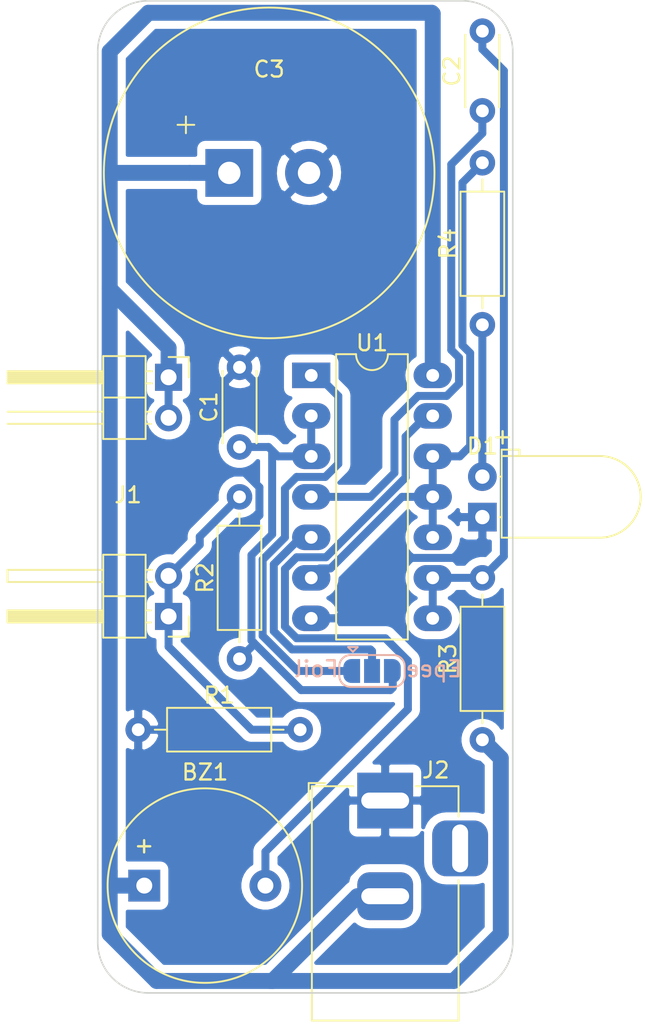
<source format=kicad_pcb>
(kicad_pcb (version 20171130) (host pcbnew 5.1.5-52549c5~86~ubuntu18.04.1)

  (general
    (thickness 1.6)
    (drawings 11)
    (tracks 135)
    (zones 0)
    (modules 13)
    (nets 13)
  )

  (page A4)
  (layers
    (0 F.Cu signal)
    (31 B.Cu signal)
    (32 B.Adhes user)
    (33 F.Adhes user)
    (34 B.Paste user)
    (35 F.Paste user)
    (36 B.SilkS user)
    (37 F.SilkS user)
    (38 B.Mask user)
    (39 F.Mask user)
    (40 Dwgs.User user)
    (41 Cmts.User user)
    (42 Eco1.User user)
    (43 Eco2.User user)
    (44 Edge.Cuts user)
    (45 Margin user)
    (46 B.CrtYd user)
    (47 F.CrtYd user)
    (48 B.Fab user)
    (49 F.Fab user)
  )

  (setup
    (last_trace_width 0.5)
    (user_trace_width 0.3)
    (user_trace_width 0.4)
    (user_trace_width 0.5)
    (user_trace_width 1)
    (trace_clearance 0.2)
    (zone_clearance 0.508)
    (zone_45_only no)
    (trace_min 0.2)
    (via_size 0.8)
    (via_drill 0.4)
    (via_min_size 0.4)
    (via_min_drill 0.3)
    (uvia_size 0.3)
    (uvia_drill 0.1)
    (uvias_allowed no)
    (uvia_min_size 0.2)
    (uvia_min_drill 0.1)
    (edge_width 0.1)
    (segment_width 0.2)
    (pcb_text_width 0.3)
    (pcb_text_size 1.5 1.5)
    (mod_edge_width 0.15)
    (mod_text_size 1 1)
    (mod_text_width 0.15)
    (pad_size 1.524 1.524)
    (pad_drill 0.762)
    (pad_to_mask_clearance 0)
    (aux_axis_origin 0 0)
    (visible_elements FFFFFF7F)
    (pcbplotparams
      (layerselection 0x01070_fffffffe)
      (usegerberextensions false)
      (usegerberattributes false)
      (usegerberadvancedattributes false)
      (creategerberjobfile false)
      (excludeedgelayer true)
      (linewidth 0.100000)
      (plotframeref false)
      (viasonmask false)
      (mode 1)
      (useauxorigin false)
      (hpglpennumber 1)
      (hpglpenspeed 20)
      (hpglpendiameter 15.000000)
      (psnegative false)
      (psa4output false)
      (plotreference true)
      (plotvalue true)
      (plotinvisibletext false)
      (padsonsilk false)
      (subtractmaskfromsilk false)
      (outputformat 1)
      (mirror false)
      (drillshape 0)
      (scaleselection 1)
      (outputdirectory "../Gerber"))
  )

  (net 0 "")
  (net 1 "Net-(BZ1-Pad2)")
  (net 2 "Net-(C1-Pad2)")
  (net 3 "Net-(C2-Pad2)")
  (net 4 "Net-(C2-Pad1)")
  (net 5 "Net-(D1-Pad2)")
  (net 6 "Net-(J1-Pad1)")
  (net 7 "Net-(J2-Pad3)")
  (net 8 "Net-(JP1-Pad2)")
  (net 9 "Net-(JP1-Pad1)")
  (net 10 "Net-(R4-Pad2)")
  (net 11 VCC)
  (net 12 GND)

  (net_class Default "This is the default net class."
    (clearance 0.2)
    (trace_width 0.25)
    (via_dia 0.8)
    (via_drill 0.4)
    (uvia_dia 0.3)
    (uvia_drill 0.1)
    (add_net GND)
    (add_net "Net-(BZ1-Pad2)")
    (add_net "Net-(C1-Pad2)")
    (add_net "Net-(C2-Pad1)")
    (add_net "Net-(C2-Pad2)")
    (add_net "Net-(D1-Pad2)")
    (add_net "Net-(J1-Pad1)")
    (add_net "Net-(J2-Pad3)")
    (add_net "Net-(JP1-Pad1)")
    (add_net "Net-(JP1-Pad2)")
    (add_net "Net-(R4-Pad2)")
    (add_net VCC)
  )

  (module Training-buzzer-configurable:CP_Radial_Supercap_D21.5mm_P5.00mm (layer F.Cu) (tedit 5DF6B0FA) (tstamp 5E87560C)
    (at 149.86 68.58)
    (descr "CP, Radial_Tantal series, Radial, pin pitch=5.00mm, , diameter=10.5mm, Tantal Electrolytic Capacitor, http://cdn-reichelt.de/documents/datenblatt/B300/TANTAL-TB-Serie%23.pdf")
    (tags "CP Radial_Tantal series Radial pin pitch 5.00mm  diameter 10.5mm Tantal Electrolytic Capacitor")
    (path /5E0A6E04)
    (fp_text reference C3 (at 2.5 -6.5) (layer F.SilkS)
      (effects (font (size 1 1) (thickness 0.15)))
    )
    (fp_text value 1F (at 2.5 6.5) (layer F.Fab)
      (effects (font (size 1 1) (thickness 0.15)))
    )
    (fp_circle (center 2.5 0) (end 12.75 0) (layer F.Fab) (width 0.1))
    (fp_circle (center 2.5 0) (end 12.87 0) (layer F.SilkS) (width 0.12))
    (fp_circle (center 2.5 0) (end 13 0) (layer F.CrtYd) (width 0.05))
    (fp_line (start -2.004387 -2.2975) (end -0.954387 -2.2975) (layer F.Fab) (width 0.1))
    (fp_line (start -1.479387 -2.8225) (end -1.479387 -1.7725) (layer F.Fab) (width 0.1))
    (fp_line (start -3.247133 -3.015) (end -2.197133 -3.015) (layer F.SilkS) (width 0.12))
    (fp_line (start -2.722133 -3.54) (end -2.722133 -2.49) (layer F.SilkS) (width 0.12))
    (fp_text user %R (at 2.5 0) (layer F.Fab)
      (effects (font (size 1 1) (thickness 0.15)))
    )
    (pad 2 thru_hole circle (at 5 0) (size 3 3) (drill 1.4) (layers *.Cu *.Mask)
      (net 12 GND))
    (pad 1 thru_hole rect (at 0 0) (size 3 3) (drill 1.4) (layers *.Cu *.Mask)
      (net 11 VCC))
    (model ${KISYS3DMOD}/Capacitor_THT.3dshapes/CP_Radial_Tantal_D10.5mm_P5.00mm.wrl
      (at (xyz 0 0 0))
      (scale (xyz 1 1 1))
      (rotate (xyz 0 0 0))
    )
  )

  (module Connector_BarrelJack:BarrelJack_Horizontal (layer F.Cu) (tedit 5A1DBF6A) (tstamp 5E876384)
    (at 159.639 107.95 90)
    (descr "DC Barrel Jack")
    (tags "Power Jack")
    (path /5E0A67DF)
    (fp_text reference J2 (at 1.905 3.175 180) (layer F.SilkS)
      (effects (font (size 1 1) (thickness 0.15)))
    )
    (fp_text value "DC Jack 5V" (at -6.2 -5.5 90) (layer F.Fab) hide
      (effects (font (size 1 1) (thickness 0.15)))
    )
    (fp_line (start 0 -4.5) (end -13.7 -4.5) (layer F.Fab) (width 0.1))
    (fp_line (start 0.8 4.5) (end 0.8 -3.75) (layer F.Fab) (width 0.1))
    (fp_line (start -13.7 4.5) (end 0.8 4.5) (layer F.Fab) (width 0.1))
    (fp_line (start -13.7 -4.5) (end -13.7 4.5) (layer F.Fab) (width 0.1))
    (fp_line (start -10.2 -4.5) (end -10.2 4.5) (layer F.Fab) (width 0.1))
    (fp_line (start 0.9 -4.6) (end 0.9 -2) (layer F.SilkS) (width 0.12))
    (fp_line (start -13.8 -4.6) (end 0.9 -4.6) (layer F.SilkS) (width 0.12))
    (fp_line (start 0.9 4.6) (end -1 4.6) (layer F.SilkS) (width 0.12))
    (fp_line (start 0.9 1.9) (end 0.9 4.6) (layer F.SilkS) (width 0.12))
    (fp_line (start -13.8 4.6) (end -13.8 -4.6) (layer F.SilkS) (width 0.12))
    (fp_line (start -5 4.6) (end -13.8 4.6) (layer F.SilkS) (width 0.12))
    (fp_line (start -14 4.75) (end -14 -4.75) (layer F.CrtYd) (width 0.05))
    (fp_line (start -5 4.75) (end -14 4.75) (layer F.CrtYd) (width 0.05))
    (fp_line (start -5 6.75) (end -5 4.75) (layer F.CrtYd) (width 0.05))
    (fp_line (start -1 6.75) (end -5 6.75) (layer F.CrtYd) (width 0.05))
    (fp_line (start -1 4.75) (end -1 6.75) (layer F.CrtYd) (width 0.05))
    (fp_line (start 1 4.75) (end -1 4.75) (layer F.CrtYd) (width 0.05))
    (fp_line (start 1 2) (end 1 4.75) (layer F.CrtYd) (width 0.05))
    (fp_line (start 2 2) (end 1 2) (layer F.CrtYd) (width 0.05))
    (fp_line (start 2 -2) (end 2 2) (layer F.CrtYd) (width 0.05))
    (fp_line (start 1 -2) (end 2 -2) (layer F.CrtYd) (width 0.05))
    (fp_line (start 1 -4.5) (end 1 -2) (layer F.CrtYd) (width 0.05))
    (fp_line (start 1 -4.75) (end -14 -4.75) (layer F.CrtYd) (width 0.05))
    (fp_line (start 1 -4.5) (end 1 -4.75) (layer F.CrtYd) (width 0.05))
    (fp_line (start 0.05 -4.8) (end 1.1 -4.8) (layer F.SilkS) (width 0.12))
    (fp_line (start 1.1 -3.75) (end 1.1 -4.8) (layer F.SilkS) (width 0.12))
    (fp_line (start -0.003213 -4.505425) (end 0.8 -3.75) (layer F.Fab) (width 0.1))
    (fp_text user %R (at -3 -2.95 180) (layer F.Fab)
      (effects (font (size 1 1) (thickness 0.15)))
    )
    (pad 3 thru_hole roundrect (at -3 4.7 90) (size 3.5 3.5) (drill oval 3 1) (layers *.Cu *.Mask) (roundrect_rratio 0.25)
      (net 7 "Net-(J2-Pad3)"))
    (pad 2 thru_hole roundrect (at -6 0 90) (size 3 3.5) (drill oval 1 3) (layers *.Cu *.Mask) (roundrect_rratio 0.25)
      (net 11 VCC))
    (pad 1 thru_hole rect (at 0 0 90) (size 3.5 3.5) (drill oval 1 3) (layers *.Cu *.Mask)
      (net 12 GND))
    (model ${KISYS3DMOD}/Connector_BarrelJack.3dshapes/BarrelJack_Horizontal.wrl
      (at (xyz 0 0 0))
      (scale (xyz 1 1 1))
      (rotate (xyz 0 0 0))
    )
  )

  (module Package_DIP:DIP-14_W7.62mm_LongPads (layer F.Cu) (tedit 5A02E8C5) (tstamp 5E847E1A)
    (at 155 81.28)
    (descr "14-lead though-hole mounted DIP package, row spacing 7.62 mm (300 mils), LongPads")
    (tags "THT DIP DIL PDIP 2.54mm 7.62mm 300mil LongPads")
    (path /5E85DDF5)
    (fp_text reference U1 (at 3.81 -2.032) (layer F.SilkS)
      (effects (font (size 1 1) (thickness 0.15)))
    )
    (fp_text value 74HC02 (at 3.81 17.57) (layer F.Fab)
      (effects (font (size 1 1) (thickness 0.15)))
    )
    (fp_text user %R (at 3.81 7.62) (layer F.Fab)
      (effects (font (size 1 1) (thickness 0.15)))
    )
    (fp_line (start 9.1 -1.55) (end -1.45 -1.55) (layer F.CrtYd) (width 0.05))
    (fp_line (start 9.1 16.8) (end 9.1 -1.55) (layer F.CrtYd) (width 0.05))
    (fp_line (start -1.45 16.8) (end 9.1 16.8) (layer F.CrtYd) (width 0.05))
    (fp_line (start -1.45 -1.55) (end -1.45 16.8) (layer F.CrtYd) (width 0.05))
    (fp_line (start 6.06 -1.33) (end 4.81 -1.33) (layer F.SilkS) (width 0.12))
    (fp_line (start 6.06 16.57) (end 6.06 -1.33) (layer F.SilkS) (width 0.12))
    (fp_line (start 1.56 16.57) (end 6.06 16.57) (layer F.SilkS) (width 0.12))
    (fp_line (start 1.56 -1.33) (end 1.56 16.57) (layer F.SilkS) (width 0.12))
    (fp_line (start 2.81 -1.33) (end 1.56 -1.33) (layer F.SilkS) (width 0.12))
    (fp_line (start 0.635 -0.27) (end 1.635 -1.27) (layer F.Fab) (width 0.1))
    (fp_line (start 0.635 16.51) (end 0.635 -0.27) (layer F.Fab) (width 0.1))
    (fp_line (start 6.985 16.51) (end 0.635 16.51) (layer F.Fab) (width 0.1))
    (fp_line (start 6.985 -1.27) (end 6.985 16.51) (layer F.Fab) (width 0.1))
    (fp_line (start 1.635 -1.27) (end 6.985 -1.27) (layer F.Fab) (width 0.1))
    (fp_arc (start 3.81 -1.33) (end 2.81 -1.33) (angle -180) (layer F.SilkS) (width 0.12))
    (pad 14 thru_hole oval (at 7.62 0) (size 2.4 1.6) (drill 0.8) (layers *.Cu *.Mask)
      (net 11 VCC))
    (pad 7 thru_hole oval (at 0 15.24) (size 2.4 1.6) (drill 0.8) (layers *.Cu *.Mask)
      (net 12 GND))
    (pad 13 thru_hole oval (at 7.62 2.54) (size 2.4 1.6) (drill 0.8) (layers *.Cu *.Mask)
      (net 1 "Net-(BZ1-Pad2)"))
    (pad 6 thru_hole oval (at 0 12.7) (size 2.4 1.6) (drill 0.8) (layers *.Cu *.Mask)
      (net 10 "Net-(R4-Pad2)"))
    (pad 12 thru_hole oval (at 7.62 5.08) (size 2.4 1.6) (drill 0.8) (layers *.Cu *.Mask)
      (net 10 "Net-(R4-Pad2)"))
    (pad 5 thru_hole oval (at 0 10.16) (size 2.4 1.6) (drill 0.8) (layers *.Cu *.Mask)
      (net 8 "Net-(JP1-Pad2)"))
    (pad 11 thru_hole oval (at 7.62 7.62) (size 2.4 1.6) (drill 0.8) (layers *.Cu *.Mask)
      (net 10 "Net-(R4-Pad2)"))
    (pad 4 thru_hole oval (at 0 7.62) (size 2.4 1.6) (drill 0.8) (layers *.Cu *.Mask)
      (net 3 "Net-(C2-Pad2)"))
    (pad 10 thru_hole oval (at 7.62 10.16) (size 2.4 1.6) (drill 0.8) (layers *.Cu *.Mask)
      (net 10 "Net-(R4-Pad2)"))
    (pad 3 thru_hole oval (at 0 5.08) (size 2.4 1.6) (drill 0.8) (layers *.Cu *.Mask)
      (net 2 "Net-(C1-Pad2)"))
    (pad 9 thru_hole oval (at 7.62 12.7) (size 2.4 1.6) (drill 0.8) (layers *.Cu *.Mask)
      (net 4 "Net-(C2-Pad1)"))
    (pad 2 thru_hole oval (at 0 2.54) (size 2.4 1.6) (drill 0.8) (layers *.Cu *.Mask)
      (net 2 "Net-(C1-Pad2)"))
    (pad 8 thru_hole oval (at 7.62 15.24) (size 2.4 1.6) (drill 0.8) (layers *.Cu *.Mask)
      (net 4 "Net-(C2-Pad1)"))
    (pad 1 thru_hole rect (at 0 0) (size 2.4 1.6) (drill 0.8) (layers *.Cu *.Mask)
      (net 9 "Net-(JP1-Pad1)"))
    (model ${KISYS3DMOD}/Package_DIP.3dshapes/DIP-14_W7.62mm.wrl
      (at (xyz 0 0 0))
      (scale (xyz 1 1 1))
      (rotate (xyz 0 0 0))
    )
  )

  (module Capacitor_THT:C_Disc_D4.3mm_W1.9mm_P5.00mm (layer F.Cu) (tedit 5AE50EF0) (tstamp 5E868128)
    (at 165.735 59.69 270)
    (descr "C, Disc series, Radial, pin pitch=5.00mm, , diameter*width=4.3*1.9mm^2, Capacitor, http://www.vishay.com/docs/45233/krseries.pdf")
    (tags "C Disc series Radial pin pitch 5.00mm  diameter 4.3mm width 1.9mm Capacitor")
    (path /5E8538C1)
    (fp_text reference C2 (at 2.5 1.905 90) (layer F.SilkS)
      (effects (font (size 1 1) (thickness 0.15)))
    )
    (fp_text value 100nF (at 2.5 -1.905 90) (layer F.Fab) hide
      (effects (font (size 1 1) (thickness 0.15)))
    )
    (fp_line (start 0.35 -0.95) (end 0.35 0.95) (layer F.Fab) (width 0.1))
    (fp_line (start 0.35 0.95) (end 4.65 0.95) (layer F.Fab) (width 0.1))
    (fp_line (start 4.65 0.95) (end 4.65 -0.95) (layer F.Fab) (width 0.1))
    (fp_line (start 4.65 -0.95) (end 0.35 -0.95) (layer F.Fab) (width 0.1))
    (fp_line (start 0.23 -1.07) (end 4.77 -1.07) (layer F.SilkS) (width 0.12))
    (fp_line (start 0.23 1.07) (end 4.77 1.07) (layer F.SilkS) (width 0.12))
    (fp_line (start 0.23 -1.07) (end 0.23 -1.055) (layer F.SilkS) (width 0.12))
    (fp_line (start 0.23 1.055) (end 0.23 1.07) (layer F.SilkS) (width 0.12))
    (fp_line (start 4.77 -1.07) (end 4.77 -1.055) (layer F.SilkS) (width 0.12))
    (fp_line (start 4.77 1.055) (end 4.77 1.07) (layer F.SilkS) (width 0.12))
    (fp_line (start -1.05 -1.2) (end -1.05 1.2) (layer F.CrtYd) (width 0.05))
    (fp_line (start -1.05 1.2) (end 6.05 1.2) (layer F.CrtYd) (width 0.05))
    (fp_line (start 6.05 1.2) (end 6.05 -1.2) (layer F.CrtYd) (width 0.05))
    (fp_line (start 6.05 -1.2) (end -1.05 -1.2) (layer F.CrtYd) (width 0.05))
    (fp_text user %R (at 2.5 0 90) (layer F.Fab)
      (effects (font (size 0.86 0.86) (thickness 0.129)))
    )
    (pad 1 thru_hole circle (at 0 0 270) (size 1.6 1.6) (drill 0.8) (layers *.Cu *.Mask)
      (net 4 "Net-(C2-Pad1)"))
    (pad 2 thru_hole circle (at 5 0 270) (size 1.6 1.6) (drill 0.8) (layers *.Cu *.Mask)
      (net 3 "Net-(C2-Pad2)"))
    (model ${KISYS3DMOD}/Capacitor_THT.3dshapes/C_Disc_D4.3mm_W1.9mm_P5.00mm.wrl
      (at (xyz 0 0 0))
      (scale (xyz 1 1 1))
      (rotate (xyz 0 0 0))
    )
  )

  (module Resistor_THT:R_Axial_DIN0207_L6.3mm_D2.5mm_P10.16mm_Horizontal (layer F.Cu) (tedit 5AE5139B) (tstamp 5E867D2A)
    (at 165.735 78.105 90)
    (descr "Resistor, Axial_DIN0207 series, Axial, Horizontal, pin pitch=10.16mm, 0.25W = 1/4W, length*diameter=6.3*2.5mm^2, http://cdn-reichelt.de/documents/datenblatt/B400/1_4W%23YAG.pdf")
    (tags "Resistor Axial_DIN0207 series Axial Horizontal pin pitch 10.16mm 0.25W = 1/4W length 6.3mm diameter 2.5mm")
    (path /5E0A7C87)
    (fp_text reference R4 (at 5.08 -2.159 90) (layer F.SilkS)
      (effects (font (size 1 1) (thickness 0.15)))
    )
    (fp_text value 1kΩ (at 5.08 2.37 90) (layer F.Fab) hide
      (effects (font (size 1 1) (thickness 0.15)))
    )
    (fp_text user %R (at 5.08 0 90) (layer F.Fab)
      (effects (font (size 1 1) (thickness 0.15)))
    )
    (fp_line (start 11.21 -1.5) (end -1.05 -1.5) (layer F.CrtYd) (width 0.05))
    (fp_line (start 11.21 1.5) (end 11.21 -1.5) (layer F.CrtYd) (width 0.05))
    (fp_line (start -1.05 1.5) (end 11.21 1.5) (layer F.CrtYd) (width 0.05))
    (fp_line (start -1.05 -1.5) (end -1.05 1.5) (layer F.CrtYd) (width 0.05))
    (fp_line (start 9.12 0) (end 8.35 0) (layer F.SilkS) (width 0.12))
    (fp_line (start 1.04 0) (end 1.81 0) (layer F.SilkS) (width 0.12))
    (fp_line (start 8.35 -1.37) (end 1.81 -1.37) (layer F.SilkS) (width 0.12))
    (fp_line (start 8.35 1.37) (end 8.35 -1.37) (layer F.SilkS) (width 0.12))
    (fp_line (start 1.81 1.37) (end 8.35 1.37) (layer F.SilkS) (width 0.12))
    (fp_line (start 1.81 -1.37) (end 1.81 1.37) (layer F.SilkS) (width 0.12))
    (fp_line (start 10.16 0) (end 8.23 0) (layer F.Fab) (width 0.1))
    (fp_line (start 0 0) (end 1.93 0) (layer F.Fab) (width 0.1))
    (fp_line (start 8.23 -1.25) (end 1.93 -1.25) (layer F.Fab) (width 0.1))
    (fp_line (start 8.23 1.25) (end 8.23 -1.25) (layer F.Fab) (width 0.1))
    (fp_line (start 1.93 1.25) (end 8.23 1.25) (layer F.Fab) (width 0.1))
    (fp_line (start 1.93 -1.25) (end 1.93 1.25) (layer F.Fab) (width 0.1))
    (pad 2 thru_hole oval (at 10.16 0 90) (size 1.6 1.6) (drill 0.8) (layers *.Cu *.Mask)
      (net 10 "Net-(R4-Pad2)"))
    (pad 1 thru_hole circle (at 0 0 90) (size 1.6 1.6) (drill 0.8) (layers *.Cu *.Mask)
      (net 5 "Net-(D1-Pad2)"))
    (model ${KISYS3DMOD}/Resistor_THT.3dshapes/R_Axial_DIN0207_L6.3mm_D2.5mm_P10.16mm_Horizontal.wrl
      (at (xyz 0 0 0))
      (scale (xyz 1 1 1))
      (rotate (xyz 0 0 0))
    )
  )

  (module Resistor_THT:R_Axial_DIN0207_L6.3mm_D2.5mm_P10.16mm_Horizontal (layer F.Cu) (tedit 5AE5139B) (tstamp 5E8B8B8A)
    (at 165.735 93.98 270)
    (descr "Resistor, Axial_DIN0207 series, Axial, Horizontal, pin pitch=10.16mm, 0.25W = 1/4W, length*diameter=6.3*2.5mm^2, http://cdn-reichelt.de/documents/datenblatt/B400/1_4W%23YAG.pdf")
    (tags "Resistor Axial_DIN0207 series Axial Horizontal pin pitch 10.16mm 0.25W = 1/4W length 6.3mm diameter 2.5mm")
    (path /5E9E3C23)
    (fp_text reference R3 (at 5.08 2.159 90) (layer F.SilkS)
      (effects (font (size 1 1) (thickness 0.15)))
    )
    (fp_text value 2.2MΩ (at 5.08 2.37 90) (layer F.Fab) hide
      (effects (font (size 1 1) (thickness 0.15)))
    )
    (fp_text user %R (at 5.08 0 90) (layer F.Fab)
      (effects (font (size 1 1) (thickness 0.15)))
    )
    (fp_line (start 11.21 -1.5) (end -1.05 -1.5) (layer F.CrtYd) (width 0.05))
    (fp_line (start 11.21 1.5) (end 11.21 -1.5) (layer F.CrtYd) (width 0.05))
    (fp_line (start -1.05 1.5) (end 11.21 1.5) (layer F.CrtYd) (width 0.05))
    (fp_line (start -1.05 -1.5) (end -1.05 1.5) (layer F.CrtYd) (width 0.05))
    (fp_line (start 9.12 0) (end 8.35 0) (layer F.SilkS) (width 0.12))
    (fp_line (start 1.04 0) (end 1.81 0) (layer F.SilkS) (width 0.12))
    (fp_line (start 8.35 -1.37) (end 1.81 -1.37) (layer F.SilkS) (width 0.12))
    (fp_line (start 8.35 1.37) (end 8.35 -1.37) (layer F.SilkS) (width 0.12))
    (fp_line (start 1.81 1.37) (end 8.35 1.37) (layer F.SilkS) (width 0.12))
    (fp_line (start 1.81 -1.37) (end 1.81 1.37) (layer F.SilkS) (width 0.12))
    (fp_line (start 10.16 0) (end 8.23 0) (layer F.Fab) (width 0.1))
    (fp_line (start 0 0) (end 1.93 0) (layer F.Fab) (width 0.1))
    (fp_line (start 8.23 -1.25) (end 1.93 -1.25) (layer F.Fab) (width 0.1))
    (fp_line (start 8.23 1.25) (end 8.23 -1.25) (layer F.Fab) (width 0.1))
    (fp_line (start 1.93 1.25) (end 8.23 1.25) (layer F.Fab) (width 0.1))
    (fp_line (start 1.93 -1.25) (end 1.93 1.25) (layer F.Fab) (width 0.1))
    (pad 2 thru_hole oval (at 10.16 0 270) (size 1.6 1.6) (drill 0.8) (layers *.Cu *.Mask)
      (net 11 VCC))
    (pad 1 thru_hole circle (at 0 0 270) (size 1.6 1.6) (drill 0.8) (layers *.Cu *.Mask)
      (net 4 "Net-(C2-Pad1)"))
    (model ${KISYS3DMOD}/Resistor_THT.3dshapes/R_Axial_DIN0207_L6.3mm_D2.5mm_P10.16mm_Horizontal.wrl
      (at (xyz 0 0 0))
      (scale (xyz 1 1 1))
      (rotate (xyz 0 0 0))
    )
  )

  (module Resistor_THT:R_Axial_DIN0207_L6.3mm_D2.5mm_P10.16mm_Horizontal (layer F.Cu) (tedit 5AE5139B) (tstamp 5E87582C)
    (at 150.5 88.9 270)
    (descr "Resistor, Axial_DIN0207 series, Axial, Horizontal, pin pitch=10.16mm, 0.25W = 1/4W, length*diameter=6.3*2.5mm^2, http://cdn-reichelt.de/documents/datenblatt/B400/1_4W%23YAG.pdf")
    (tags "Resistor Axial_DIN0207 series Axial Horizontal pin pitch 10.16mm 0.25W = 1/4W length 6.3mm diameter 2.5mm")
    (path /5EA12FFD)
    (fp_text reference R2 (at 5.08 2.164 90) (layer F.SilkS)
      (effects (font (size 1 1) (thickness 0.15)))
    )
    (fp_text value 10kΩ (at 5.08 2.37 90) (layer F.Fab) hide
      (effects (font (size 1 1) (thickness 0.15)))
    )
    (fp_line (start 1.93 -1.25) (end 1.93 1.25) (layer F.Fab) (width 0.1))
    (fp_line (start 1.93 1.25) (end 8.23 1.25) (layer F.Fab) (width 0.1))
    (fp_line (start 8.23 1.25) (end 8.23 -1.25) (layer F.Fab) (width 0.1))
    (fp_line (start 8.23 -1.25) (end 1.93 -1.25) (layer F.Fab) (width 0.1))
    (fp_line (start 0 0) (end 1.93 0) (layer F.Fab) (width 0.1))
    (fp_line (start 10.16 0) (end 8.23 0) (layer F.Fab) (width 0.1))
    (fp_line (start 1.81 -1.37) (end 1.81 1.37) (layer F.SilkS) (width 0.12))
    (fp_line (start 1.81 1.37) (end 8.35 1.37) (layer F.SilkS) (width 0.12))
    (fp_line (start 8.35 1.37) (end 8.35 -1.37) (layer F.SilkS) (width 0.12))
    (fp_line (start 8.35 -1.37) (end 1.81 -1.37) (layer F.SilkS) (width 0.12))
    (fp_line (start 1.04 0) (end 1.81 0) (layer F.SilkS) (width 0.12))
    (fp_line (start 9.12 0) (end 8.35 0) (layer F.SilkS) (width 0.12))
    (fp_line (start -1.05 -1.5) (end -1.05 1.5) (layer F.CrtYd) (width 0.05))
    (fp_line (start -1.05 1.5) (end 11.21 1.5) (layer F.CrtYd) (width 0.05))
    (fp_line (start 11.21 1.5) (end 11.21 -1.5) (layer F.CrtYd) (width 0.05))
    (fp_line (start 11.21 -1.5) (end -1.05 -1.5) (layer F.CrtYd) (width 0.05))
    (fp_text user %R (at 5.08 0 90) (layer F.Fab)
      (effects (font (size 1 1) (thickness 0.15)))
    )
    (pad 1 thru_hole circle (at 0 0 270) (size 1.6 1.6) (drill 0.8) (layers *.Cu *.Mask)
      (net 6 "Net-(J1-Pad1)"))
    (pad 2 thru_hole oval (at 10.16 0 270) (size 1.6 1.6) (drill 0.8) (layers *.Cu *.Mask)
      (net 2 "Net-(C1-Pad2)"))
    (model ${KISYS3DMOD}/Resistor_THT.3dshapes/R_Axial_DIN0207_L6.3mm_D2.5mm_P10.16mm_Horizontal.wrl
      (at (xyz 0 0 0))
      (scale (xyz 1 1 1))
      (rotate (xyz 0 0 0))
    )
  )

  (module Resistor_THT:R_Axial_DIN0207_L6.3mm_D2.5mm_P10.16mm_Horizontal (layer F.Cu) (tedit 5AE5139B) (tstamp 5E8745CF)
    (at 154.305 103.505 180)
    (descr "Resistor, Axial_DIN0207 series, Axial, Horizontal, pin pitch=10.16mm, 0.25W = 1/4W, length*diameter=6.3*2.5mm^2, http://cdn-reichelt.de/documents/datenblatt/B400/1_4W%23YAG.pdf")
    (tags "Resistor Axial_DIN0207 series Axial Horizontal pin pitch 10.16mm 0.25W = 1/4W length 6.3mm diameter 2.5mm")
    (path /5E9DF7A9)
    (fp_text reference R1 (at 5.08 2.159) (layer F.SilkS)
      (effects (font (size 1 1) (thickness 0.15)))
    )
    (fp_text value 100kΩ (at 5.08 2.37) (layer F.Fab) hide
      (effects (font (size 1 1) (thickness 0.15)))
    )
    (fp_line (start 1.93 -1.25) (end 1.93 1.25) (layer F.Fab) (width 0.1))
    (fp_line (start 1.93 1.25) (end 8.23 1.25) (layer F.Fab) (width 0.1))
    (fp_line (start 8.23 1.25) (end 8.23 -1.25) (layer F.Fab) (width 0.1))
    (fp_line (start 8.23 -1.25) (end 1.93 -1.25) (layer F.Fab) (width 0.1))
    (fp_line (start 0 0) (end 1.93 0) (layer F.Fab) (width 0.1))
    (fp_line (start 10.16 0) (end 8.23 0) (layer F.Fab) (width 0.1))
    (fp_line (start 1.81 -1.37) (end 1.81 1.37) (layer F.SilkS) (width 0.12))
    (fp_line (start 1.81 1.37) (end 8.35 1.37) (layer F.SilkS) (width 0.12))
    (fp_line (start 8.35 1.37) (end 8.35 -1.37) (layer F.SilkS) (width 0.12))
    (fp_line (start 8.35 -1.37) (end 1.81 -1.37) (layer F.SilkS) (width 0.12))
    (fp_line (start 1.04 0) (end 1.81 0) (layer F.SilkS) (width 0.12))
    (fp_line (start 9.12 0) (end 8.35 0) (layer F.SilkS) (width 0.12))
    (fp_line (start -1.05 -1.5) (end -1.05 1.5) (layer F.CrtYd) (width 0.05))
    (fp_line (start -1.05 1.5) (end 11.21 1.5) (layer F.CrtYd) (width 0.05))
    (fp_line (start 11.21 1.5) (end 11.21 -1.5) (layer F.CrtYd) (width 0.05))
    (fp_line (start 11.21 -1.5) (end -1.05 -1.5) (layer F.CrtYd) (width 0.05))
    (fp_text user %R (at 5.08 0) (layer F.Fab)
      (effects (font (size 1 1) (thickness 0.15)))
    )
    (pad 1 thru_hole circle (at 0 0 180) (size 1.6 1.6) (drill 0.8) (layers *.Cu *.Mask)
      (net 6 "Net-(J1-Pad1)"))
    (pad 2 thru_hole oval (at 10.16 0 180) (size 1.6 1.6) (drill 0.8) (layers *.Cu *.Mask)
      (net 12 GND))
    (model ${KISYS3DMOD}/Resistor_THT.3dshapes/R_Axial_DIN0207_L6.3mm_D2.5mm_P10.16mm_Horizontal.wrl
      (at (xyz 0 0 0))
      (scale (xyz 1 1 1))
      (rotate (xyz 0 0 0))
    )
  )

  (module Jumper:SolderJumper-3_P1.3mm_Open_RoundedPad1.0x1.5mm (layer B.Cu) (tedit 5B391EB7) (tstamp 5E8B7F09)
    (at 158.8135 99.822)
    (descr "SMD Solder 3-pad Jumper, 1x1.5mm rounded Pads, 0.3mm gap, open")
    (tags "solder jumper open")
    (path /5E963609)
    (attr virtual)
    (fp_text reference JP1 (at 0 1.8) (layer B.SilkS) hide
      (effects (font (size 1 1) (thickness 0.15)) (justify mirror))
    )
    (fp_text value SolderJumper (at 0 -1.9) (layer B.Fab) hide
      (effects (font (size 1 1) (thickness 0.15)) (justify mirror))
    )
    (fp_arc (start -1.35 0.3) (end -1.35 1) (angle 90) (layer B.SilkS) (width 0.12))
    (fp_arc (start -1.35 -0.3) (end -2.05 -0.3) (angle 90) (layer B.SilkS) (width 0.12))
    (fp_arc (start 1.35 -0.3) (end 1.35 -1) (angle 90) (layer B.SilkS) (width 0.12))
    (fp_arc (start 1.35 0.3) (end 2.05 0.3) (angle 90) (layer B.SilkS) (width 0.12))
    (fp_line (start 2.3 -1.25) (end -2.3 -1.25) (layer B.CrtYd) (width 0.05))
    (fp_line (start 2.3 -1.25) (end 2.3 1.25) (layer B.CrtYd) (width 0.05))
    (fp_line (start -2.3 1.25) (end -2.3 -1.25) (layer B.CrtYd) (width 0.05))
    (fp_line (start -2.3 1.25) (end 2.3 1.25) (layer B.CrtYd) (width 0.05))
    (fp_line (start -1.4 1) (end 1.4 1) (layer B.SilkS) (width 0.12))
    (fp_line (start 2.05 0.3) (end 2.05 -0.3) (layer B.SilkS) (width 0.12))
    (fp_line (start 1.4 -1) (end -1.4 -1) (layer B.SilkS) (width 0.12))
    (fp_line (start -2.05 -0.3) (end -2.05 0.3) (layer B.SilkS) (width 0.12))
    (fp_line (start -1.2 -1.2) (end -1.5 -1.5) (layer B.SilkS) (width 0.12))
    (fp_line (start -1.5 -1.5) (end -0.9 -1.5) (layer B.SilkS) (width 0.12))
    (fp_line (start -1.2 -1.2) (end -0.9 -1.5) (layer B.SilkS) (width 0.12))
    (pad 2 smd rect (at 0 0) (size 1 1.5) (layers B.Cu B.Mask)
      (net 8 "Net-(JP1-Pad2)"))
    (pad 3 smd custom (at 1.3 0) (size 1 0.5) (layers B.Cu B.Mask)
      (net 2 "Net-(C1-Pad2)") (zone_connect 2)
      (options (clearance outline) (anchor rect))
      (primitives
        (gr_circle (center 0 -0.25) (end 0.5 -0.25) (width 0))
        (gr_circle (center 0 0.25) (end 0.5 0.25) (width 0))
        (gr_poly (pts
           (xy -0.55 0.75) (xy 0 0.75) (xy 0 -0.75) (xy -0.55 -0.75)) (width 0))
      ))
    (pad 1 smd custom (at -1.3 0) (size 1 0.5) (layers B.Cu B.Mask)
      (net 9 "Net-(JP1-Pad1)") (zone_connect 2)
      (options (clearance outline) (anchor rect))
      (primitives
        (gr_circle (center 0 -0.25) (end 0.5 -0.25) (width 0))
        (gr_circle (center 0 0.25) (end 0.5 0.25) (width 0))
        (gr_poly (pts
           (xy 0.55 0.75) (xy 0 0.75) (xy 0 -0.75) (xy 0.55 -0.75)) (width 0))
      ))
  )

  (module Training-buzzer-configurable:Foil_Plug_Connector (layer F.Cu) (tedit 5DF8E0E1) (tstamp 5E879B73)
    (at 146.05 96.4 180)
    (descr "Through hole angled pin header, 1x02, 2.54mm pitch, 6mm pin length, single row")
    (tags "Through hole angled pin header THT 1x02 2.54mm single row")
    (path /5E0BB4A0)
    (fp_text reference J1 (at 2.54 7.62) (layer F.SilkS)
      (effects (font (size 1 1) (thickness 0.15)))
    )
    (fp_text value Con (at 4 18) (layer F.Fab) hide
      (effects (font (size 1 1) (thickness 0.15)))
    )
    (fp_line (start 4.1 16.33) (end 4.1 11.13) (layer F.SilkS) (width 0.12))
    (fp_line (start 1.44 16.33) (end 4.1 16.33) (layer F.SilkS) (width 0.12))
    (fp_line (start 1.44 11.13) (end 1.44 16.33) (layer F.SilkS) (width 0.12))
    (fp_line (start 10.1 12.84) (end 4.1 12.84) (layer F.SilkS) (width 0.12))
    (fp_line (start 4.1 12.08) (end 10.1 12.08) (layer F.SilkS) (width 0.12))
    (fp_line (start -1.27 16.27) (end -1.27 15) (layer F.SilkS) (width 0.12))
    (fp_line (start 0 16.27) (end -1.27 16.27) (layer F.SilkS) (width 0.12))
    (fp_line (start 1.042929 15.38) (end 1.44 15.38) (layer F.SilkS) (width 0.12))
    (fp_line (start 1.042929 14.62) (end 1.44 14.62) (layer F.SilkS) (width 0.12))
    (fp_line (start 1.44 13.73) (end 4.1 13.73) (layer F.SilkS) (width 0.12))
    (fp_line (start 1.11 12.84) (end 1.44 12.84) (layer F.SilkS) (width 0.12))
    (fp_line (start 1.11 12.08) (end 1.44 12.08) (layer F.SilkS) (width 0.12))
    (fp_line (start 4.1 15.28) (end 10.1 15.28) (layer F.SilkS) (width 0.12))
    (fp_line (start 4.1 15.16) (end 10.1 15.16) (layer F.SilkS) (width 0.12))
    (fp_line (start 4.1 15.04) (end 10.1 15.04) (layer F.SilkS) (width 0.12))
    (fp_line (start 4.1 14.92) (end 10.1 14.92) (layer F.SilkS) (width 0.12))
    (fp_line (start 4.1 14.8) (end 10.1 14.8) (layer F.SilkS) (width 0.12))
    (fp_line (start 4.1 14.68) (end 10.1 14.68) (layer F.SilkS) (width 0.12))
    (fp_line (start 10.1 15.38) (end 4.1 15.38) (layer F.SilkS) (width 0.12))
    (fp_line (start 4.1 14.62) (end 10.1 14.62) (layer F.SilkS) (width 0.12))
    (fp_line (start 4.1 11.13) (end 1.44 11.13) (layer F.SilkS) (width 0.12))
    (fp_line (start 10.55 -1.8) (end -1.8 -1.8) (layer F.CrtYd) (width 0.05))
    (fp_line (start 10.55 16.81) (end 10.55 -1.8) (layer F.CrtYd) (width 0.05))
    (fp_line (start -1.8 -1.8) (end -1.8 16.81) (layer F.CrtYd) (width 0.05))
    (fp_line (start -1.27 -1.27) (end 0 -1.27) (layer F.SilkS) (width 0.12))
    (fp_line (start -1.27 0) (end -1.27 -1.27) (layer F.SilkS) (width 0.12))
    (fp_line (start 1.042929 2.92) (end 1.44 2.92) (layer F.SilkS) (width 0.12))
    (fp_line (start 1.042929 2.16) (end 1.44 2.16) (layer F.SilkS) (width 0.12))
    (fp_line (start 10.1 2.92) (end 4.1 2.92) (layer F.SilkS) (width 0.12))
    (fp_line (start 10.1 2.16) (end 10.1 2.92) (layer F.SilkS) (width 0.12))
    (fp_line (start 4.1 2.16) (end 10.1 2.16) (layer F.SilkS) (width 0.12))
    (fp_line (start 1.44 1.27) (end 4.1 1.27) (layer F.SilkS) (width 0.12))
    (fp_line (start 1.11 0.38) (end 1.44 0.38) (layer F.SilkS) (width 0.12))
    (fp_line (start 1.11 -0.38) (end 1.44 -0.38) (layer F.SilkS) (width 0.12))
    (fp_line (start 4.1 0.28) (end 10.1 0.28) (layer F.SilkS) (width 0.12))
    (fp_line (start 4.1 0.16) (end 10.1 0.16) (layer F.SilkS) (width 0.12))
    (fp_line (start 4.1 0.04) (end 10.1 0.04) (layer F.SilkS) (width 0.12))
    (fp_line (start 4.1 -0.08) (end 10.1 -0.08) (layer F.SilkS) (width 0.12))
    (fp_line (start 4.1 -0.2) (end 10.1 -0.2) (layer F.SilkS) (width 0.12))
    (fp_line (start 4.1 -0.32) (end 10.1 -0.32) (layer F.SilkS) (width 0.12))
    (fp_line (start 10.1 0.38) (end 4.1 0.38) (layer F.SilkS) (width 0.12))
    (fp_line (start 10.1 -0.38) (end 10.1 0.38) (layer F.SilkS) (width 0.12))
    (fp_line (start 4.1 -0.38) (end 10.1 -0.38) (layer F.SilkS) (width 0.12))
    (fp_line (start 4.1 -1.33) (end 1.44 -1.33) (layer F.SilkS) (width 0.12))
    (fp_line (start 4.1 3.87) (end 4.1 -1.33) (layer F.SilkS) (width 0.12))
    (fp_line (start 1.44 3.87) (end 4.1 3.87) (layer F.SilkS) (width 0.12))
    (fp_line (start 1.44 -1.33) (end 1.44 3.87) (layer F.SilkS) (width 0.12))
    (fp_line (start 4.04 2.86) (end 10.04 2.86) (layer F.Fab) (width 0.1))
    (fp_line (start 10.04 2.22) (end 10.04 2.86) (layer F.Fab) (width 0.1))
    (fp_line (start 4.04 2.22) (end 10.04 2.22) (layer F.Fab) (width 0.1))
    (fp_line (start -0.32 2.86) (end 1.5 2.86) (layer F.Fab) (width 0.1))
    (fp_line (start -0.32 2.22) (end -0.32 2.86) (layer F.Fab) (width 0.1))
    (fp_line (start -0.32 2.22) (end 1.5 2.22) (layer F.Fab) (width 0.1))
    (fp_line (start 4.04 0.32) (end 10.04 0.32) (layer F.Fab) (width 0.1))
    (fp_line (start 10.04 -0.32) (end 10.04 0.32) (layer F.Fab) (width 0.1))
    (fp_line (start 4.04 -0.32) (end 10.04 -0.32) (layer F.Fab) (width 0.1))
    (fp_line (start -0.32 0.32) (end 1.5 0.32) (layer F.Fab) (width 0.1))
    (fp_line (start -0.32 -0.32) (end -0.32 0.32) (layer F.Fab) (width 0.1))
    (fp_line (start -0.32 -0.32) (end 1.5 -0.32) (layer F.Fab) (width 0.1))
    (fp_line (start 1.5 -0.635) (end 2.135 -1.27) (layer F.Fab) (width 0.1))
    (fp_line (start 1.5 3.81) (end 1.5 -0.635) (layer F.Fab) (width 0.1))
    (fp_line (start 4.04 3.81) (end 1.5 3.81) (layer F.Fab) (width 0.1))
    (fp_line (start 4.04 -1.27) (end 4.04 3.81) (layer F.Fab) (width 0.1))
    (fp_line (start 2.135 -1.27) (end 4.04 -1.27) (layer F.Fab) (width 0.1))
    (fp_text user %R (at 2.77 7.62 180) (layer F.Fab)
      (effects (font (size 1 1) (thickness 0.15)))
    )
    (fp_line (start -1.8 16.81) (end 10.55 16.81) (layer F.CrtYd) (width 0.05))
    (pad 2 thru_hole rect (at 0 15 180) (size 1.7 1.7) (drill 1) (layers *.Cu *.Mask)
      (net 11 VCC))
    (pad 2 thru_hole oval (at 0 12.46 180) (size 1.7 1.7) (drill 1) (layers *.Cu *.Mask)
      (net 11 VCC))
    (pad 1 thru_hole rect (at 0 0 180) (size 1.7 1.7) (drill 1) (layers *.Cu *.Mask)
      (net 6 "Net-(J1-Pad1)"))
    (pad 1 thru_hole oval (at 0 2.54 180) (size 1.7 1.7) (drill 1) (layers *.Cu *.Mask)
      (net 6 "Net-(J1-Pad1)"))
    (model ${KISYS3DMOD}/Connector_PinHeader_2.54mm.3dshapes/PinHeader_1x02_P2.54mm_Horizontal.wrl
      (at (xyz 0 0 0))
      (scale (xyz 1 1 1))
      (rotate (xyz 0 0 0))
    )
  )

  (module LED_THT:LED_D5.0mm_Horizontal_O1.27mm_Z3.0mm (layer F.Cu) (tedit 5880A862) (tstamp 5E868013)
    (at 165.735 90.17 90)
    (descr "LED, diameter 5.0mm z-position of LED center 3.0mm, 2 pins")
    (tags "LED diameter 5.0mm z-position of LED center 3.0mm 2 pins")
    (path /5E0A825E)
    (fp_text reference D1 (at 4.445 0 180) (layer F.SilkS)
      (effects (font (size 1 1) (thickness 0.15)))
    )
    (fp_text value LED (at 1.27 10.93 90) (layer F.Fab) hide
      (effects (font (size 1 1) (thickness 0.15)))
    )
    (fp_line (start 4.5 -1.25) (end -1.95 -1.25) (layer F.CrtYd) (width 0.05))
    (fp_line (start 4.5 10.2) (end 4.5 -1.25) (layer F.CrtYd) (width 0.05))
    (fp_line (start -1.95 10.2) (end 4.5 10.2) (layer F.CrtYd) (width 0.05))
    (fp_line (start -1.95 -1.25) (end -1.95 10.2) (layer F.CrtYd) (width 0.05))
    (fp_line (start 2.54 1.08) (end 2.54 1.08) (layer F.SilkS) (width 0.12))
    (fp_line (start 2.54 1.21) (end 2.54 1.08) (layer F.SilkS) (width 0.12))
    (fp_line (start 2.54 1.21) (end 2.54 1.21) (layer F.SilkS) (width 0.12))
    (fp_line (start 2.54 1.08) (end 2.54 1.21) (layer F.SilkS) (width 0.12))
    (fp_line (start 0 1.08) (end 0 1.08) (layer F.SilkS) (width 0.12))
    (fp_line (start 0 1.21) (end 0 1.08) (layer F.SilkS) (width 0.12))
    (fp_line (start 0 1.21) (end 0 1.21) (layer F.SilkS) (width 0.12))
    (fp_line (start 0 1.08) (end 0 1.21) (layer F.SilkS) (width 0.12))
    (fp_line (start 3.83 1.21) (end 4.23 1.21) (layer F.SilkS) (width 0.12))
    (fp_line (start 3.83 2.33) (end 3.83 1.21) (layer F.SilkS) (width 0.12))
    (fp_line (start 4.23 2.33) (end 3.83 2.33) (layer F.SilkS) (width 0.12))
    (fp_line (start 4.23 1.21) (end 4.23 2.33) (layer F.SilkS) (width 0.12))
    (fp_line (start -1.29 1.21) (end 3.83 1.21) (layer F.SilkS) (width 0.12))
    (fp_line (start 3.83 1.21) (end 3.83 7.37) (layer F.SilkS) (width 0.12))
    (fp_line (start -1.29 1.21) (end -1.29 7.37) (layer F.SilkS) (width 0.12))
    (fp_line (start 2.54 0) (end 2.54 0) (layer F.Fab) (width 0.1))
    (fp_line (start 2.54 1.27) (end 2.54 0) (layer F.Fab) (width 0.1))
    (fp_line (start 2.54 1.27) (end 2.54 1.27) (layer F.Fab) (width 0.1))
    (fp_line (start 2.54 0) (end 2.54 1.27) (layer F.Fab) (width 0.1))
    (fp_line (start 0 0) (end 0 0) (layer F.Fab) (width 0.1))
    (fp_line (start 0 1.27) (end 0 0) (layer F.Fab) (width 0.1))
    (fp_line (start 0 1.27) (end 0 1.27) (layer F.Fab) (width 0.1))
    (fp_line (start 0 0) (end 0 1.27) (layer F.Fab) (width 0.1))
    (fp_line (start 3.77 1.27) (end 4.17 1.27) (layer F.Fab) (width 0.1))
    (fp_line (start 3.77 2.27) (end 3.77 1.27) (layer F.Fab) (width 0.1))
    (fp_line (start 4.17 2.27) (end 3.77 2.27) (layer F.Fab) (width 0.1))
    (fp_line (start 4.17 1.27) (end 4.17 2.27) (layer F.Fab) (width 0.1))
    (fp_line (start -1.23 1.27) (end 3.77 1.27) (layer F.Fab) (width 0.1))
    (fp_line (start 3.77 1.27) (end 3.77 7.37) (layer F.Fab) (width 0.1))
    (fp_line (start -1.23 1.27) (end -1.23 7.37) (layer F.Fab) (width 0.1))
    (fp_arc (start 1.27 7.37) (end -1.29 7.37) (angle -180) (layer F.SilkS) (width 0.12))
    (fp_arc (start 1.27 7.37) (end -1.23 7.37) (angle -180) (layer F.Fab) (width 0.1))
    (pad 2 thru_hole circle (at 2.54 0 90) (size 1.8 1.8) (drill 0.9) (layers *.Cu *.Mask)
      (net 5 "Net-(D1-Pad2)"))
    (pad 1 thru_hole rect (at 0 0 90) (size 1.8 1.8) (drill 0.9) (layers *.Cu *.Mask)
      (net 12 GND))
    (model ${KISYS3DMOD}/LED_THT.3dshapes/LED_D5.0mm_Horizontal_O1.27mm_Z3.0mm.wrl
      (at (xyz 0 0 0))
      (scale (xyz 1 1 1))
      (rotate (xyz 0 0 0))
    )
  )

  (module Capacitor_THT:C_Disc_D4.3mm_W1.9mm_P5.00mm (layer F.Cu) (tedit 5AE50EF0) (tstamp 5E8B871A)
    (at 150.5 80.772 270)
    (descr "C, Disc series, Radial, pin pitch=5.00mm, , diameter*width=4.3*1.9mm^2, Capacitor, http://www.vishay.com/docs/45233/krseries.pdf")
    (tags "C Disc series Radial pin pitch 5.00mm  diameter 4.3mm width 1.9mm Capacitor")
    (path /5E93076D)
    (fp_text reference C1 (at 2.5 1.91 90) (layer F.SilkS)
      (effects (font (size 1 1) (thickness 0.15)))
    )
    (fp_text value 100nF (at 2.5 -1.9 90) (layer F.Fab) hide
      (effects (font (size 1 1) (thickness 0.15)))
    )
    (fp_text user %R (at 2.5 0 90) (layer F.Fab)
      (effects (font (size 0.86 0.86) (thickness 0.129)))
    )
    (fp_line (start 6.05 -1.2) (end -1.05 -1.2) (layer F.CrtYd) (width 0.05))
    (fp_line (start 6.05 1.2) (end 6.05 -1.2) (layer F.CrtYd) (width 0.05))
    (fp_line (start -1.05 1.2) (end 6.05 1.2) (layer F.CrtYd) (width 0.05))
    (fp_line (start -1.05 -1.2) (end -1.05 1.2) (layer F.CrtYd) (width 0.05))
    (fp_line (start 4.77 1.055) (end 4.77 1.07) (layer F.SilkS) (width 0.12))
    (fp_line (start 4.77 -1.07) (end 4.77 -1.055) (layer F.SilkS) (width 0.12))
    (fp_line (start 0.23 1.055) (end 0.23 1.07) (layer F.SilkS) (width 0.12))
    (fp_line (start 0.23 -1.07) (end 0.23 -1.055) (layer F.SilkS) (width 0.12))
    (fp_line (start 0.23 1.07) (end 4.77 1.07) (layer F.SilkS) (width 0.12))
    (fp_line (start 0.23 -1.07) (end 4.77 -1.07) (layer F.SilkS) (width 0.12))
    (fp_line (start 4.65 -0.95) (end 0.35 -0.95) (layer F.Fab) (width 0.1))
    (fp_line (start 4.65 0.95) (end 4.65 -0.95) (layer F.Fab) (width 0.1))
    (fp_line (start 0.35 0.95) (end 4.65 0.95) (layer F.Fab) (width 0.1))
    (fp_line (start 0.35 -0.95) (end 0.35 0.95) (layer F.Fab) (width 0.1))
    (pad 2 thru_hole circle (at 5 0 270) (size 1.6 1.6) (drill 0.8) (layers *.Cu *.Mask)
      (net 2 "Net-(C1-Pad2)"))
    (pad 1 thru_hole circle (at 0 0 270) (size 1.6 1.6) (drill 0.8) (layers *.Cu *.Mask)
      (net 12 GND))
    (model ${KISYS3DMOD}/Capacitor_THT.3dshapes/C_Disc_D4.3mm_W1.9mm_P5.00mm.wrl
      (at (xyz 0 0 0))
      (scale (xyz 1 1 1))
      (rotate (xyz 0 0 0))
    )
  )

  (module Buzzer_Beeper:Buzzer_12x9.5RM7.6 (layer F.Cu) (tedit 5A030281) (tstamp 5E8B8037)
    (at 144.526 113.284)
    (descr "Generic Buzzer, D12mm height 9.5mm with RM7.6mm")
    (tags buzzer)
    (path /5E0A7895)
    (fp_text reference BZ1 (at 3.81 -7.112) (layer F.SilkS)
      (effects (font (size 1 1) (thickness 0.15)))
    )
    (fp_text value Buzzer (at 3.8 7.4) (layer F.Fab) hide
      (effects (font (size 1 1) (thickness 0.15)))
    )
    (fp_text user + (at -0.01 -2.54) (layer F.Fab)
      (effects (font (size 1 1) (thickness 0.15)))
    )
    (fp_text user + (at -0.01 -2.54) (layer F.SilkS)
      (effects (font (size 1 1) (thickness 0.15)))
    )
    (fp_text user %R (at 3.8 -4) (layer F.Fab)
      (effects (font (size 1 1) (thickness 0.15)))
    )
    (fp_circle (center 3.8 0) (end 10.05 0) (layer F.CrtYd) (width 0.05))
    (fp_circle (center 3.8 0) (end 9.8 0) (layer F.Fab) (width 0.1))
    (fp_circle (center 3.8 0) (end 4.8 0) (layer F.Fab) (width 0.1))
    (fp_circle (center 3.8 0) (end 9.9 0) (layer F.SilkS) (width 0.12))
    (pad 1 thru_hole rect (at 0 0) (size 2 2) (drill 1) (layers *.Cu *.Mask)
      (net 11 VCC))
    (pad 2 thru_hole circle (at 7.6 0) (size 2 2) (drill 1) (layers *.Cu *.Mask)
      (net 1 "Net-(BZ1-Pad2)"))
    (model ${KISYS3DMOD}/Buzzer_Beeper.3dshapes/Buzzer_12x9.5RM7.6.wrl
      (at (xyz 0 0 0))
      (scale (xyz 1 1 1))
      (rotate (xyz 0 0 0))
    )
  )

  (gr_text + (at 167.005 85.09) (layer F.SilkS) (tstamp 5E8B8304)
    (effects (font (size 1 1) (thickness 0.15)))
  )
  (gr_text Epee (at 162.687 99.695) (layer B.SilkS) (tstamp 5E8B8C4E)
    (effects (font (size 1 1) (thickness 0.15)) (justify mirror))
  )
  (gr_text Foil (at 155.321 99.695) (layer B.SilkS)
    (effects (font (size 1 1) (thickness 0.15)) (justify mirror))
  )
  (gr_line (start 141.605 60.96) (end 141.605 116.84) (layer Edge.Cuts) (width 0.1) (tstamp 5E8761FF))
  (gr_line (start 164.465 57.785) (end 144.78 57.785) (layer Edge.Cuts) (width 0.1) (tstamp 5E8761FE))
  (gr_line (start 167.64 116.84) (end 167.64 60.96) (layer Edge.Cuts) (width 0.1) (tstamp 5E8761FD))
  (gr_line (start 144.78 120.015) (end 164.465 120.015) (layer Edge.Cuts) (width 0.1) (tstamp 5E8761FC))
  (gr_arc (start 144.78 116.84) (end 141.605 116.84) (angle -90) (layer Edge.Cuts) (width 0.1) (tstamp 5E8761F5))
  (gr_arc (start 164.465 116.84) (end 164.465 120.015) (angle -90) (layer Edge.Cuts) (width 0.1) (tstamp 5E8761EC))
  (gr_arc (start 164.465 60.96) (end 167.64 60.96) (angle -90) (layer Edge.Cuts) (width 0.1) (tstamp 5E8761E7))
  (gr_arc (start 144.78 60.96) (end 144.78 57.785) (angle -90) (layer Edge.Cuts) (width 0.1))

  (segment (start 160.92 85.12) (end 162.22 83.82) (width 0.5) (layer B.Cu) (net 1))
  (segment (start 160.92 87.687782) (end 160.92 85.12) (width 0.5) (layer B.Cu) (net 1))
  (segment (start 154.082229 92.69001) (end 155.917772 92.69001) (width 0.5) (layer B.Cu) (net 1))
  (segment (start 162.22 83.82) (end 162.62 83.82) (width 0.5) (layer B.Cu) (net 1))
  (segment (start 153.34999 93.422249) (end 154.082229 92.69001) (width 0.5) (layer B.Cu) (net 1))
  (segment (start 153.34999 97.037771) (end 153.34999 93.422249) (width 0.5) (layer B.Cu) (net 1))
  (segment (start 154.082229 97.77001) (end 153.34999 97.037771) (width 0.5) (layer B.Cu) (net 1))
  (segment (start 159.651624 97.77001) (end 154.082229 97.77001) (width 0.5) (layer B.Cu) (net 1))
  (segment (start 161.06351 99.181896) (end 159.651624 97.77001) (width 0.5) (layer B.Cu) (net 1))
  (segment (start 161.06351 102.215488) (end 161.06351 99.181896) (width 0.5) (layer B.Cu) (net 1))
  (segment (start 155.917772 92.69001) (end 160.92 87.687782) (width 0.5) (layer B.Cu) (net 1))
  (segment (start 152.126 111.152998) (end 161.06351 102.215488) (width 0.5) (layer B.Cu) (net 1))
  (segment (start 152.126 113.284) (end 152.126 111.152998) (width 0.5) (layer B.Cu) (net 1))
  (segment (start 155 83.82) (end 155 86.36) (width 0.5) (layer B.Cu) (net 2))
  (segment (start 155 86.36) (end 152.908 86.36) (width 0.5) (layer B.Cu) (net 2))
  (segment (start 152.908 86.36) (end 152.548 86) (width 0.5) (layer B.Cu) (net 2))
  (segment (start 151.384 98.176) (end 151.384 98.044) (width 0.5) (layer B.Cu) (net 2))
  (segment (start 150.5 99.06) (end 151.384 98.176) (width 0.5) (layer B.Cu) (net 2))
  (segment (start 154.364331 101.022001) (end 159.962999 101.022001) (width 0.5) (layer B.Cu) (net 2))
  (segment (start 151.384 98.044) (end 151.38633 98.044) (width 0.5) (layer B.Cu) (net 2))
  (segment (start 151.38633 98.044) (end 154.364331 101.022001) (width 0.5) (layer B.Cu) (net 2))
  (segment (start 160.1135 100.8715) (end 160.1135 99.822) (width 0.5) (layer B.Cu) (net 2))
  (segment (start 159.962999 101.022001) (end 160.1135 100.8715) (width 0.5) (layer B.Cu) (net 2))
  (segment (start 151.24996 97.90763) (end 151.24996 92.552391) (width 0.5) (layer B.Cu) (net 2))
  (segment (start 151.24996 92.552391) (end 152.548 91.254351) (width 0.5) (layer B.Cu) (net 2))
  (segment (start 151.384 98.04167) (end 151.24996 97.90763) (width 0.5) (layer B.Cu) (net 2))
  (segment (start 152.548 91.254351) (end 152.548 86) (width 0.5) (layer B.Cu) (net 2))
  (segment (start 151.384 98.044) (end 151.384 98.04167) (width 0.5) (layer B.Cu) (net 2))
  (segment (start 152.32 85.772) (end 152.548 86) (width 0.5) (layer B.Cu) (net 2))
  (segment (start 150.5 85.772) (end 152.32 85.772) (width 0.5) (layer B.Cu) (net 2))
  (segment (start 163.497791 82.56999) (end 161.702229 82.56999) (width 0.5) (layer B.Cu) (net 3))
  (segment (start 164.27001 81.797771) (end 163.497791 82.56999) (width 0.5) (layer B.Cu) (net 3))
  (segment (start 160.21999 84.052229) (end 160.21999 87.397829) (width 0.5) (layer B.Cu) (net 3))
  (segment (start 158.717819 88.9) (end 155 88.9) (width 0.5) (layer B.Cu) (net 3))
  (segment (start 161.702229 82.56999) (end 160.21999 84.052229) (width 0.5) (layer B.Cu) (net 3))
  (segment (start 160.21999 87.397829) (end 158.717819 88.9) (width 0.5) (layer B.Cu) (net 3))
  (segment (start 163.784989 79.684952) (end 164.27001 80.169973) (width 0.5) (layer B.Cu) (net 3))
  (segment (start 163.784989 68.045009) (end 163.784989 79.684952) (width 0.5) (layer B.Cu) (net 3))
  (segment (start 165.735 64.69) (end 165.735 66.094998) (width 0.5) (layer B.Cu) (net 3))
  (segment (start 165.735 66.094998) (end 163.784989 68.045009) (width 0.5) (layer B.Cu) (net 3))
  (segment (start 164.27001 81.797771) (end 164.27001 80.169973) (width 0.5) (layer B.Cu) (net 3))
  (segment (start 162.62 93.98) (end 165.735 93.98) (width 0.5) (layer B.Cu) (net 4))
  (segment (start 162.62 93.98) (end 162.62 96.52) (width 0.5) (layer B.Cu) (net 4))
  (segment (start 166.534999 93.180001) (end 165.735 93.98) (width 0.5) (layer B.Cu) (net 4))
  (segment (start 167.085001 92.629999) (end 166.534999 93.180001) (width 0.5) (layer B.Cu) (net 4))
  (segment (start 167.085001 62.171371) (end 167.085001 92.629999) (width 0.5) (layer B.Cu) (net 4))
  (segment (start 165.735 60.82137) (end 167.085001 62.171371) (width 0.5) (layer B.Cu) (net 4))
  (segment (start 165.735 59.69) (end 165.735 60.82137) (width 0.5) (layer B.Cu) (net 4))
  (segment (start 165.735 78.105) (end 165.735 87.63) (width 0.5) (layer B.Cu) (net 5))
  (segment (start 146.05 96.4) (end 146.05 93.86) (width 0.5) (layer B.Cu) (net 6))
  (segment (start 146.05 93.86) (end 148.004572 91.905428) (width 0.5) (layer B.Cu) (net 6))
  (segment (start 148.004572 91.395428) (end 150.5 88.9) (width 0.5) (layer B.Cu) (net 6))
  (segment (start 148.004572 91.905428) (end 148.004572 91.395428) (width 0.5) (layer B.Cu) (net 6))
  (segment (start 146.05 96.4) (end 146.05 98.298) (width 0.5) (layer B.Cu) (net 6))
  (segment (start 151.257 103.505) (end 154.305 103.505) (width 0.5) (layer B.Cu) (net 6))
  (segment (start 146.05 98.298) (end 151.257 103.505) (width 0.5) (layer B.Cu) (net 6))
  (segment (start 152.64998 97.327724) (end 153.792276 98.47002) (width 0.5) (layer B.Cu) (net 8))
  (segment (start 152.64998 93.132296) (end 152.64998 97.327724) (width 0.5) (layer B.Cu) (net 8))
  (segment (start 155 91.44) (end 154.342277 91.44) (width 0.5) (layer B.Cu) (net 8))
  (segment (start 154.342277 91.44) (end 152.64998 93.132296) (width 0.5) (layer B.Cu) (net 8))
  (segment (start 158.8135 98.572) (end 158.8135 99.822) (width 0.5) (layer B.Cu) (net 8))
  (segment (start 158.71152 98.47002) (end 158.8135 98.572) (width 0.5) (layer B.Cu) (net 8))
  (segment (start 153.792276 98.47002) (end 158.71152 98.47002) (width 0.5) (layer B.Cu) (net 8))
  (segment (start 155.4 81.28) (end 155 81.28) (width 0.5) (layer B.Cu) (net 9))
  (segment (start 156.7 86.827781) (end 156.7 82.58) (width 0.5) (layer B.Cu) (net 9))
  (segment (start 155.877791 87.64999) (end 156.7 86.827781) (width 0.5) (layer B.Cu) (net 9))
  (segment (start 154.082229 87.64999) (end 155.877791 87.64999) (width 0.5) (layer B.Cu) (net 9))
  (segment (start 153.34999 88.382229) (end 154.082229 87.64999) (width 0.5) (layer B.Cu) (net 9))
  (segment (start 156.7 82.58) (end 155.4 81.28) (width 0.5) (layer B.Cu) (net 9))
  (segment (start 153.34999 91.442323) (end 153.34999 88.382229) (width 0.5) (layer B.Cu) (net 9))
  (segment (start 151.94997 92.842343) (end 153.34999 91.442323) (width 0.5) (layer B.Cu) (net 9))
  (segment (start 154.154293 99.822) (end 151.94997 97.617677) (width 0.5) (layer B.Cu) (net 9))
  (segment (start 151.94997 97.617677) (end 151.94997 92.842343) (width 0.5) (layer B.Cu) (net 9))
  (segment (start 157.5135 99.822) (end 154.154293 99.822) (width 0.5) (layer B.Cu) (net 9))
  (segment (start 162.62 88.9) (end 162.62 91.44) (width 0.5) (layer B.Cu) (net 10))
  (segment (start 162.62 86.36) (end 162.62 88.9) (width 0.5) (layer B.Cu) (net 10))
  (segment (start 164.97002 79.88002) (end 164.97002 85.70998) (width 0.5) (layer B.Cu) (net 10))
  (segment (start 164.97002 85.70998) (end 164.32 86.36) (width 0.5) (layer B.Cu) (net 10) (tstamp 5E8B8332))
  (segment (start 164.484999 79.394999) (end 164.97002 79.88002) (width 0.5) (layer B.Cu) (net 10))
  (segment (start 164.32 86.36) (end 162.62 86.36) (width 0.5) (layer B.Cu) (net 10))
  (segment (start 164.484999 69.195001) (end 164.484999 79.394999) (width 0.5) (layer B.Cu) (net 10))
  (segment (start 165.735 67.945) (end 164.484999 69.195001) (width 0.5) (layer B.Cu) (net 10))
  (segment (start 160.697743 88.9) (end 162.62 88.9) (width 0.5) (layer B.Cu) (net 10))
  (segment (start 156.207723 93.39002) (end 160.697743 88.9) (width 0.5) (layer B.Cu) (net 10))
  (segment (start 155.52998 93.39002) (end 156.207723 93.39002) (width 0.5) (layer B.Cu) (net 10))
  (segment (start 155 93.98) (end 155 93.92) (width 0.5) (layer B.Cu) (net 10))
  (segment (start 155 93.92) (end 155.52998 93.39002) (width 0.5) (layer B.Cu) (net 10))
  (segment (start 166.88999 105.29499) (end 165.735 104.14) (width 1) (layer B.Cu) (net 11))
  (segment (start 166.88999 116.32001) (end 166.88999 105.29499) (width 1) (layer B.Cu) (net 11))
  (segment (start 163.94501 119.26499) (end 166.88999 116.32001) (width 1) (layer B.Cu) (net 11))
  (segment (start 162.62 58.59501) (end 162.56 58.53501) (width 1) (layer B.Cu) (net 11))
  (segment (start 162.62 81.28) (end 162.62 58.59501) (width 1) (layer B.Cu) (net 11))
  (segment (start 145.29999 119.26499) (end 163.94501 119.26499) (width 1) (layer B.Cu) (net 11))
  (segment (start 162.56 58.53501) (end 144.786671 58.53501) (width 1) (layer B.Cu) (net 11))
  (segment (start 144.786671 58.53501) (end 142.35501 60.966671) (width 1) (layer B.Cu) (net 11))
  (segment (start 142.35501 116.32001) (end 145.29999 119.26499) (width 1) (layer B.Cu) (net 11))
  (segment (start 147.36 68.58) (end 142.35501 68.58) (width 1) (layer B.Cu) (net 11))
  (segment (start 149.86 68.58) (end 147.36 68.58) (width 1) (layer B.Cu) (net 11))
  (segment (start 142.35501 60.966671) (end 142.35501 75.68001) (width 1) (layer B.Cu) (net 11))
  (segment (start 152.57401 119.26499) (end 152.4 119.26499) (width 1) (layer B.Cu) (net 11))
  (segment (start 159.639 113.95) (end 157.889 113.95) (width 1) (layer B.Cu) (net 11))
  (segment (start 157.889 113.95) (end 152.57401 119.26499) (width 1) (layer B.Cu) (net 11))
  (segment (start 142.35501 75.68001) (end 142.35501 112.38301) (width 1) (layer B.Cu) (net 11))
  (segment (start 142.35501 112.38301) (end 142.35501 116.32001) (width 1) (layer B.Cu) (net 11))
  (segment (start 146.05 83.94) (end 146.05 81.4) (width 0.5) (layer B.Cu) (net 11))
  (segment (start 142.35501 75.85501) (end 142.35501 75.68001) (width 1) (layer B.Cu) (net 11))
  (segment (start 146.05 79.55) (end 142.35501 75.85501) (width 1) (layer B.Cu) (net 11))
  (segment (start 146.05 81.4) (end 146.05 79.55) (width 1) (layer B.Cu) (net 11))
  (segment (start 142.35501 113.11301) (end 142.35501 112.38301) (width 1) (layer B.Cu) (net 11))
  (segment (start 142.526 113.284) (end 142.35501 113.11301) (width 1) (layer B.Cu) (net 11))
  (segment (start 144.526 113.284) (end 142.526 113.284) (width 1) (layer B.Cu) (net 11))
  (segment (start 155 96.52) (end 156.7 96.52) (width 0.5) (layer B.Cu) (net 12))
  (segment (start 157.48 96.52) (end 156.7 96.52) (width 0.5) (layer B.Cu) (net 12))
  (segment (start 161.27001 92.72999) (end 157.48 96.52) (width 0.5) (layer B.Cu) (net 12))
  (segment (start 164.57501 92.72999) (end 161.27001 92.72999) (width 0.5) (layer B.Cu) (net 12))
  (segment (start 165.735 91.57) (end 164.57501 92.72999) (width 0.5) (layer B.Cu) (net 12))
  (segment (start 165.735 90.17) (end 165.735 91.57) (width 0.5) (layer B.Cu) (net 12))
  (segment (start 144.145 107.823) (end 151.384 115.062) (width 0.5) (layer B.Cu) (net 12))
  (segment (start 159.639 110.2) (end 159.639 107.95) (width 0.5) (layer B.Cu) (net 12))
  (segment (start 154.777 115.062) (end 159.639 110.2) (width 0.5) (layer B.Cu) (net 12))
  (segment (start 151.384 115.062) (end 154.777 115.062) (width 0.5) (layer B.Cu) (net 12))
  (segment (start 144.145 107.823) (end 144.145 103.505) (width 0.5) (layer B.Cu) (net 12))
  (segment (start 144.145 103.505) (end 144.145 89.027) (width 0.5) (layer B.Cu) (net 12))
  (segment (start 150.826002 87.376) (end 151.750001 88.299999) (width 0.5) (layer B.Cu) (net 12))
  (segment (start 148.971 87.376) (end 150.826002 87.376) (width 0.5) (layer B.Cu) (net 12))
  (segment (start 147.3835 85.7885) (end 148.844 84.328) (width 0.5) (layer B.Cu) (net 12))
  (segment (start 147.3835 85.7885) (end 148.971 87.376) (width 0.5) (layer B.Cu) (net 12))
  (segment (start 144.145 89.027) (end 147.3835 85.7885) (width 0.5) (layer B.Cu) (net 12))
  (segment (start 151.750001 88.299999) (end 151.750001 90.057999) (width 0.5) (layer B.Cu) (net 12))
  (segment (start 151.750001 90.057999) (end 151.003 90.805) (width 0.5) (layer B.Cu) (net 12))
  (segment (start 152.4 71.04) (end 154.86 68.58) (width 0.5) (layer B.Cu) (net 12))
  (segment (start 150.5 80.772) (end 152.4 78.872) (width 0.5) (layer B.Cu) (net 12))
  (segment (start 152.4 78.872) (end 152.4 71.04) (width 0.5) (layer B.Cu) (net 12))
  (segment (start 148.844 82.428) (end 150.5 80.772) (width 0.5) (layer B.Cu) (net 12))
  (segment (start 148.844 84.328) (end 148.844 82.428) (width 0.5) (layer B.Cu) (net 12))

  (zone (net 12) (net_name GND) (layer B.Cu) (tstamp 5E8B8C43) (hatch edge 0.508)
    (connect_pads (clearance 0.508))
    (min_thickness 0.254)
    (fill yes (arc_segments 32) (thermal_gap 0.508) (thermal_bridge_width 0.508))
    (polygon
      (pts
        (xy 167.64 120.015) (xy 141.605 120.015) (xy 141.605 57.785) (xy 167.64 57.785)
      )
    )
    (filled_polygon
      (pts
        (xy 161.485 80.045736) (xy 161.418899 80.081068) (xy 161.200392 80.260392) (xy 161.021068 80.478899) (xy 160.887818 80.728192)
        (xy 160.805764 80.998691) (xy 160.778057 81.28) (xy 160.805764 81.561309) (xy 160.887818 81.831808) (xy 160.992669 82.027971)
        (xy 159.624946 83.395695) (xy 159.591173 83.423412) (xy 159.480579 83.558171) (xy 159.398401 83.711917) (xy 159.347795 83.87874)
        (xy 159.33499 84.008753) (xy 159.33499 84.00876) (xy 159.330709 84.052229) (xy 159.33499 84.095698) (xy 159.334991 87.031249)
        (xy 158.351241 88.015) (xy 156.764359 88.015) (xy 157.29505 87.48431) (xy 157.328817 87.456598) (xy 157.439411 87.32184)
        (xy 157.521589 87.168094) (xy 157.572195 87.001271) (xy 157.585 86.871258) (xy 157.585 86.871248) (xy 157.589281 86.827782)
        (xy 157.585 86.784316) (xy 157.585 82.623469) (xy 157.589281 82.58) (xy 157.585 82.536531) (xy 157.585 82.536523)
        (xy 157.572195 82.40651) (xy 157.537407 82.29183) (xy 157.521589 82.239686) (xy 157.439411 82.085941) (xy 157.356532 81.984953)
        (xy 157.35653 81.984951) (xy 157.328817 81.951183) (xy 157.295049 81.92347) (xy 156.838072 81.466493) (xy 156.838072 80.48)
        (xy 156.825812 80.355518) (xy 156.789502 80.23582) (xy 156.730537 80.125506) (xy 156.651185 80.028815) (xy 156.554494 79.949463)
        (xy 156.44418 79.890498) (xy 156.324482 79.854188) (xy 156.2 79.841928) (xy 153.8 79.841928) (xy 153.675518 79.854188)
        (xy 153.55582 79.890498) (xy 153.445506 79.949463) (xy 153.348815 80.028815) (xy 153.269463 80.125506) (xy 153.210498 80.23582)
        (xy 153.174188 80.355518) (xy 153.161928 80.48) (xy 153.161928 82.08) (xy 153.174188 82.204482) (xy 153.210498 82.32418)
        (xy 153.269463 82.434494) (xy 153.348815 82.531185) (xy 153.445506 82.610537) (xy 153.55582 82.669502) (xy 153.675518 82.705812)
        (xy 153.693482 82.707581) (xy 153.580392 82.800392) (xy 153.401068 83.018899) (xy 153.267818 83.268192) (xy 153.185764 83.538691)
        (xy 153.158057 83.82) (xy 153.185764 84.101309) (xy 153.267818 84.371808) (xy 153.401068 84.621101) (xy 153.580392 84.839608)
        (xy 153.798899 85.018932) (xy 153.931858 85.09) (xy 153.798899 85.161068) (xy 153.580392 85.340392) (xy 153.469922 85.475)
        (xy 153.274578 85.475) (xy 153.204532 85.404954) (xy 153.176817 85.371183) (xy 153.143044 85.343466) (xy 152.976534 85.176956)
        (xy 152.948817 85.143183) (xy 152.814059 85.032589) (xy 152.660313 84.950411) (xy 152.49349 84.899805) (xy 152.363477 84.887)
        (xy 152.363469 84.887) (xy 152.32 84.882719) (xy 152.276531 84.887) (xy 151.634521 84.887) (xy 151.614637 84.857241)
        (xy 151.414759 84.657363) (xy 151.179727 84.50032) (xy 150.918574 84.392147) (xy 150.641335 84.337) (xy 150.358665 84.337)
        (xy 150.081426 84.392147) (xy 149.820273 84.50032) (xy 149.585241 84.657363) (xy 149.385363 84.857241) (xy 149.22832 85.092273)
        (xy 149.120147 85.353426) (xy 149.065 85.630665) (xy 149.065 85.913335) (xy 149.120147 86.190574) (xy 149.22832 86.451727)
        (xy 149.385363 86.686759) (xy 149.585241 86.886637) (xy 149.820273 87.04368) (xy 150.081426 87.151853) (xy 150.358665 87.207)
        (xy 150.641335 87.207) (xy 150.918574 87.151853) (xy 151.179727 87.04368) (xy 151.414759 86.886637) (xy 151.614637 86.686759)
        (xy 151.634521 86.657) (xy 151.663001 86.657) (xy 151.663001 88.057622) (xy 151.614637 87.985241) (xy 151.414759 87.785363)
        (xy 151.179727 87.62832) (xy 150.918574 87.520147) (xy 150.641335 87.465) (xy 150.358665 87.465) (xy 150.081426 87.520147)
        (xy 149.820273 87.62832) (xy 149.585241 87.785363) (xy 149.385363 87.985241) (xy 149.22832 88.220273) (xy 149.120147 88.481426)
        (xy 149.065 88.758665) (xy 149.065 89.041335) (xy 149.071983 89.076439) (xy 147.409523 90.738899) (xy 147.375756 90.766611)
        (xy 147.348043 90.800379) (xy 147.34804 90.800382) (xy 147.275976 90.888192) (xy 147.265162 90.901369) (xy 147.182983 91.055115)
        (xy 147.132377 91.221938) (xy 147.119572 91.351951) (xy 147.119572 91.351959) (xy 147.115291 91.395428) (xy 147.119572 91.438897)
        (xy 147.119572 91.538849) (xy 146.26896 92.389461) (xy 146.19626 92.375) (xy 145.90374 92.375) (xy 145.616842 92.432068)
        (xy 145.346589 92.54401) (xy 145.103368 92.706525) (xy 144.896525 92.913368) (xy 144.73401 93.156589) (xy 144.622068 93.426842)
        (xy 144.565 93.71374) (xy 144.565 94.00626) (xy 144.622068 94.293158) (xy 144.73401 94.563411) (xy 144.896525 94.806632)
        (xy 145.02838 94.938487) (xy 144.95582 94.960498) (xy 144.845506 95.019463) (xy 144.748815 95.098815) (xy 144.669463 95.195506)
        (xy 144.610498 95.30582) (xy 144.574188 95.425518) (xy 144.561928 95.55) (xy 144.561928 97.25) (xy 144.574188 97.374482)
        (xy 144.610498 97.49418) (xy 144.669463 97.604494) (xy 144.748815 97.701185) (xy 144.845506 97.780537) (xy 144.95582 97.839502)
        (xy 145.075518 97.875812) (xy 145.165001 97.884625) (xy 145.165001 98.254521) (xy 145.160719 98.298) (xy 145.177805 98.47149)
        (xy 145.228412 98.638313) (xy 145.31059 98.792059) (xy 145.393468 98.893046) (xy 145.393471 98.893049) (xy 145.421184 98.926817)
        (xy 145.454952 98.95453) (xy 150.60047 104.100049) (xy 150.628183 104.133817) (xy 150.661951 104.16153) (xy 150.661953 104.161532)
        (xy 150.680086 104.176413) (xy 150.762941 104.244411) (xy 150.916687 104.326589) (xy 151.08351 104.377195) (xy 151.213523 104.39)
        (xy 151.213533 104.39) (xy 151.256999 104.394281) (xy 151.300466 104.39) (xy 153.170479 104.39) (xy 153.190363 104.419759)
        (xy 153.390241 104.619637) (xy 153.625273 104.77668) (xy 153.886426 104.884853) (xy 154.163665 104.94) (xy 154.446335 104.94)
        (xy 154.723574 104.884853) (xy 154.984727 104.77668) (xy 155.219759 104.619637) (xy 155.419637 104.419759) (xy 155.57668 104.184727)
        (xy 155.684853 103.923574) (xy 155.74 103.646335) (xy 155.74 103.363665) (xy 155.684853 103.086426) (xy 155.57668 102.825273)
        (xy 155.419637 102.590241) (xy 155.219759 102.390363) (xy 154.984727 102.23332) (xy 154.723574 102.125147) (xy 154.446335 102.07)
        (xy 154.163665 102.07) (xy 153.886426 102.125147) (xy 153.625273 102.23332) (xy 153.390241 102.390363) (xy 153.190363 102.590241)
        (xy 153.170479 102.62) (xy 151.623579 102.62) (xy 146.935 97.931422) (xy 146.935 97.884625) (xy 147.024482 97.875812)
        (xy 147.14418 97.839502) (xy 147.254494 97.780537) (xy 147.351185 97.701185) (xy 147.430537 97.604494) (xy 147.489502 97.49418)
        (xy 147.525812 97.374482) (xy 147.538072 97.25) (xy 147.538072 95.55) (xy 147.525812 95.425518) (xy 147.489502 95.30582)
        (xy 147.430537 95.195506) (xy 147.351185 95.098815) (xy 147.254494 95.019463) (xy 147.14418 94.960498) (xy 147.07162 94.938487)
        (xy 147.203475 94.806632) (xy 147.36599 94.563411) (xy 147.477932 94.293158) (xy 147.535 94.00626) (xy 147.535 93.71374)
        (xy 147.520539 93.64104) (xy 148.599622 92.561957) (xy 148.633389 92.534245) (xy 148.743983 92.399487) (xy 148.826161 92.245741)
        (xy 148.876767 92.078918) (xy 148.889572 91.948905) (xy 148.889572 91.948895) (xy 148.893853 91.905429) (xy 148.889572 91.861963)
        (xy 148.889572 91.762006) (xy 150.323561 90.328017) (xy 150.358665 90.335) (xy 150.641335 90.335) (xy 150.918574 90.279853)
        (xy 151.179727 90.17168) (xy 151.414759 90.014637) (xy 151.614637 89.814759) (xy 151.663 89.742378) (xy 151.663 90.887772)
        (xy 150.654911 91.895862) (xy 150.621144 91.923574) (xy 150.593431 91.957342) (xy 150.593428 91.957345) (xy 150.51055 92.058332)
        (xy 150.428372 92.212078) (xy 150.377765 92.378901) (xy 150.360679 92.552391) (xy 150.364961 92.59587) (xy 150.36496 97.625)
        (xy 150.358665 97.625) (xy 150.081426 97.680147) (xy 149.820273 97.78832) (xy 149.585241 97.945363) (xy 149.385363 98.145241)
        (xy 149.22832 98.380273) (xy 149.120147 98.641426) (xy 149.065 98.918665) (xy 149.065 99.201335) (xy 149.120147 99.478574)
        (xy 149.22832 99.739727) (xy 149.385363 99.974759) (xy 149.585241 100.174637) (xy 149.820273 100.33168) (xy 150.081426 100.439853)
        (xy 150.358665 100.495) (xy 150.641335 100.495) (xy 150.918574 100.439853) (xy 151.179727 100.33168) (xy 151.414759 100.174637)
        (xy 151.614637 99.974759) (xy 151.77168 99.739727) (xy 151.788902 99.69815) (xy 153.707801 101.61705) (xy 153.735514 101.650818)
        (xy 153.769282 101.678531) (xy 153.769284 101.678533) (xy 153.787021 101.693089) (xy 153.870272 101.761412) (xy 154.024018 101.84359)
        (xy 154.190841 101.894196) (xy 154.320854 101.907001) (xy 154.320864 101.907001) (xy 154.36433 101.911282) (xy 154.407796 101.907001)
        (xy 159.91953 101.907001) (xy 159.962999 101.911282) (xy 160.006468 101.907001) (xy 160.006476 101.907001) (xy 160.132866 101.894553)
        (xy 151.530952 110.496468) (xy 151.497184 110.524181) (xy 151.469471 110.557949) (xy 151.469468 110.557952) (xy 151.38659 110.658939)
        (xy 151.304412 110.812685) (xy 151.253805 110.979508) (xy 151.236719 111.152998) (xy 151.241001 111.196477) (xy 151.241001 111.90894)
        (xy 151.083748 112.014013) (xy 150.856013 112.241748) (xy 150.677082 112.509537) (xy 150.553832 112.807088) (xy 150.491 113.122967)
        (xy 150.491 113.445033) (xy 150.553832 113.760912) (xy 150.677082 114.058463) (xy 150.856013 114.326252) (xy 151.083748 114.553987)
        (xy 151.351537 114.732918) (xy 151.649088 114.856168) (xy 151.964967 114.919) (xy 152.287033 114.919) (xy 152.602912 114.856168)
        (xy 152.900463 114.732918) (xy 153.168252 114.553987) (xy 153.395987 114.326252) (xy 153.574918 114.058463) (xy 153.698168 113.760912)
        (xy 153.761 113.445033) (xy 153.761 113.122967) (xy 153.698168 112.807088) (xy 153.574918 112.509537) (xy 153.395987 112.241748)
        (xy 153.168252 112.014013) (xy 153.011 111.908941) (xy 153.011 111.519576) (xy 154.830576 109.7) (xy 157.250928 109.7)
        (xy 157.263188 109.824482) (xy 157.299498 109.94418) (xy 157.358463 110.054494) (xy 157.437815 110.151185) (xy 157.534506 110.230537)
        (xy 157.64482 110.289502) (xy 157.764518 110.325812) (xy 157.889 110.338072) (xy 159.35325 110.335) (xy 159.512 110.17625)
        (xy 159.512 108.077) (xy 157.41275 108.077) (xy 157.254 108.23575) (xy 157.250928 109.7) (xy 154.830576 109.7)
        (xy 157.253188 107.277388) (xy 157.254 107.66425) (xy 157.41275 107.823) (xy 159.512 107.823) (xy 159.512 105.72375)
        (xy 159.766 105.72375) (xy 159.766 107.823) (xy 161.86525 107.823) (xy 162.024 107.66425) (xy 162.027072 106.2)
        (xy 162.014812 106.075518) (xy 161.978502 105.95582) (xy 161.919537 105.845506) (xy 161.840185 105.748815) (xy 161.743494 105.669463)
        (xy 161.63318 105.610498) (xy 161.513482 105.574188) (xy 161.389 105.561928) (xy 159.92475 105.565) (xy 159.766 105.72375)
        (xy 159.512 105.72375) (xy 159.35325 105.565) (xy 158.966388 105.564188) (xy 161.658561 102.872016) (xy 161.692327 102.844305)
        (xy 161.761395 102.760147) (xy 161.802921 102.709547) (xy 161.850784 102.62) (xy 161.885099 102.555801) (xy 161.935705 102.388978)
        (xy 161.94851 102.258965) (xy 161.94851 102.258957) (xy 161.952791 102.215488) (xy 161.94851 102.172019) (xy 161.94851 99.225361)
        (xy 161.952791 99.181895) (xy 161.94851 99.138429) (xy 161.94851 99.138419) (xy 161.935705 99.008406) (xy 161.885099 98.841583)
        (xy 161.802921 98.687837) (xy 161.76944 98.647041) (xy 161.720042 98.586849) (xy 161.72004 98.586847) (xy 161.692327 98.553079)
        (xy 161.658559 98.525366) (xy 160.308158 97.174966) (xy 160.280441 97.141193) (xy 160.145683 97.030599) (xy 159.991937 96.948421)
        (xy 159.825114 96.897815) (xy 159.695101 96.88501) (xy 159.695093 96.88501) (xy 159.651624 96.880729) (xy 159.608155 96.88501)
        (xy 156.78852 96.88501) (xy 156.791904 96.869039) (xy 156.669915 96.647) (xy 155.127 96.647) (xy 155.127 96.667)
        (xy 154.873 96.667) (xy 154.873 96.647) (xy 154.853 96.647) (xy 154.853 96.393) (xy 154.873 96.393)
        (xy 154.873 96.373) (xy 155.127 96.373) (xy 155.127 96.393) (xy 156.669915 96.393) (xy 156.791904 96.170961)
        (xy 156.774367 96.088182) (xy 156.663715 95.828354) (xy 156.5045 95.595105) (xy 156.302839 95.397399) (xy 156.073259 95.247265)
        (xy 156.201101 95.178932) (xy 156.419608 94.999608) (xy 156.598932 94.781101) (xy 156.732182 94.531808) (xy 156.814236 94.261309)
        (xy 156.838333 94.016652) (xy 156.864257 93.985064) (xy 161.064322 89.785) (xy 161.089922 89.785) (xy 161.200392 89.919608)
        (xy 161.418899 90.098932) (xy 161.551858 90.17) (xy 161.418899 90.241068) (xy 161.200392 90.420392) (xy 161.021068 90.638899)
        (xy 160.887818 90.888192) (xy 160.805764 91.158691) (xy 160.778057 91.44) (xy 160.805764 91.721309) (xy 160.887818 91.991808)
        (xy 161.021068 92.241101) (xy 161.200392 92.459608) (xy 161.418899 92.638932) (xy 161.551858 92.71) (xy 161.418899 92.781068)
        (xy 161.200392 92.960392) (xy 161.021068 93.178899) (xy 160.887818 93.428192) (xy 160.805764 93.698691) (xy 160.778057 93.98)
        (xy 160.805764 94.261309) (xy 160.887818 94.531808) (xy 161.021068 94.781101) (xy 161.200392 94.999608) (xy 161.418899 95.178932)
        (xy 161.551858 95.25) (xy 161.418899 95.321068) (xy 161.200392 95.500392) (xy 161.021068 95.718899) (xy 160.887818 95.968192)
        (xy 160.805764 96.238691) (xy 160.778057 96.52) (xy 160.805764 96.801309) (xy 160.887818 97.071808) (xy 161.021068 97.321101)
        (xy 161.200392 97.539608) (xy 161.418899 97.718932) (xy 161.668192 97.852182) (xy 161.938691 97.934236) (xy 162.149508 97.955)
        (xy 163.090492 97.955) (xy 163.301309 97.934236) (xy 163.571808 97.852182) (xy 163.821101 97.718932) (xy 164.039608 97.539608)
        (xy 164.218932 97.321101) (xy 164.352182 97.071808) (xy 164.434236 96.801309) (xy 164.461943 96.52) (xy 164.434236 96.238691)
        (xy 164.352182 95.968192) (xy 164.218932 95.718899) (xy 164.039608 95.500392) (xy 163.821101 95.321068) (xy 163.688142 95.25)
        (xy 163.821101 95.178932) (xy 164.039608 94.999608) (xy 164.150078 94.865) (xy 164.600479 94.865) (xy 164.620363 94.894759)
        (xy 164.820241 95.094637) (xy 165.055273 95.25168) (xy 165.316426 95.359853) (xy 165.593665 95.415) (xy 165.876335 95.415)
        (xy 166.153574 95.359853) (xy 166.414727 95.25168) (xy 166.649759 95.094637) (xy 166.849637 94.894759) (xy 166.955 94.737071)
        (xy 166.955 103.382929) (xy 166.849637 103.225241) (xy 166.649759 103.025363) (xy 166.414727 102.86832) (xy 166.153574 102.760147)
        (xy 165.876335 102.705) (xy 165.593665 102.705) (xy 165.316426 102.760147) (xy 165.055273 102.86832) (xy 164.820241 103.025363)
        (xy 164.620363 103.225241) (xy 164.46332 103.460273) (xy 164.355147 103.721426) (xy 164.3 103.998665) (xy 164.3 104.281335)
        (xy 164.355147 104.558574) (xy 164.46332 104.819727) (xy 164.620363 105.054759) (xy 164.820241 105.254637) (xy 165.055273 105.41168)
        (xy 165.316426 105.519853) (xy 165.557717 105.567849) (xy 165.754991 105.765123) (xy 165.754991 108.665565) (xy 165.509186 108.591001)
        (xy 165.214 108.561928) (xy 163.464 108.561928) (xy 163.168814 108.591001) (xy 162.884972 108.677104) (xy 162.623382 108.816927)
        (xy 162.394097 109.005097) (xy 162.205927 109.234382) (xy 162.066104 109.495972) (xy 162.026915 109.62516) (xy 162.024 108.23575)
        (xy 161.86525 108.077) (xy 159.766 108.077) (xy 159.766 110.17625) (xy 159.92475 110.335) (xy 161.389 110.338072)
        (xy 161.513482 110.325812) (xy 161.63318 110.289502) (xy 161.743494 110.230537) (xy 161.840185 110.151185) (xy 161.919537 110.054494)
        (xy 161.960494 109.977869) (xy 161.950928 110.075) (xy 161.950928 111.825) (xy 161.980001 112.120186) (xy 162.066104 112.404028)
        (xy 162.205927 112.665618) (xy 162.394097 112.894903) (xy 162.623382 113.083073) (xy 162.884972 113.222896) (xy 163.168814 113.308999)
        (xy 163.464 113.338072) (xy 165.214 113.338072) (xy 165.509186 113.308999) (xy 165.75499 113.234435) (xy 165.75499 115.849877)
        (xy 163.474879 118.12999) (xy 155.314141 118.12999) (xy 157.715228 115.728904) (xy 157.867829 115.85414) (xy 158.107808 115.982411)
        (xy 158.368201 116.061401) (xy 158.639 116.088072) (xy 160.639 116.088072) (xy 160.909799 116.061401) (xy 161.170192 115.982411)
        (xy 161.410171 115.85414) (xy 161.620515 115.681515) (xy 161.79314 115.471171) (xy 161.921411 115.231192) (xy 162.000401 114.970799)
        (xy 162.027072 114.7) (xy 162.027072 113.2) (xy 162.000401 112.929201) (xy 161.921411 112.668808) (xy 161.79314 112.428829)
        (xy 161.620515 112.218485) (xy 161.410171 112.04586) (xy 161.170192 111.917589) (xy 160.909799 111.838599) (xy 160.639 111.811928)
        (xy 158.639 111.811928) (xy 158.368201 111.838599) (xy 158.107808 111.917589) (xy 157.867829 112.04586) (xy 157.657485 112.218485)
        (xy 157.48486 112.428829) (xy 157.356589 112.668808) (xy 157.277599 112.929201) (xy 157.271295 112.993208) (xy 157.255377 113.001716)
        (xy 157.082551 113.143551) (xy 157.047009 113.186859) (xy 152.103879 118.12999) (xy 145.770123 118.12999) (xy 143.49001 115.849879)
        (xy 143.49001 114.918527) (xy 143.526 114.922072) (xy 145.526 114.922072) (xy 145.650482 114.909812) (xy 145.77018 114.873502)
        (xy 145.880494 114.814537) (xy 145.977185 114.735185) (xy 146.056537 114.638494) (xy 146.115502 114.52818) (xy 146.151812 114.408482)
        (xy 146.164072 114.284) (xy 146.164072 112.284) (xy 146.151812 112.159518) (xy 146.115502 112.03982) (xy 146.056537 111.929506)
        (xy 145.977185 111.832815) (xy 145.880494 111.753463) (xy 145.77018 111.694498) (xy 145.650482 111.658188) (xy 145.526 111.645928)
        (xy 143.526 111.645928) (xy 143.49001 111.649473) (xy 143.49001 104.777416) (xy 143.531119 104.80207) (xy 143.79596 104.896909)
        (xy 144.018 104.775624) (xy 144.018 103.632) (xy 144.272 103.632) (xy 144.272 104.775624) (xy 144.49404 104.896909)
        (xy 144.758881 104.80207) (xy 145.000131 104.657385) (xy 145.208519 104.468414) (xy 145.376037 104.24242) (xy 145.496246 103.988087)
        (xy 145.536904 103.854039) (xy 145.414915 103.632) (xy 144.272 103.632) (xy 144.018 103.632) (xy 143.998 103.632)
        (xy 143.998 103.378) (xy 144.018 103.378) (xy 144.018 102.234376) (xy 144.272 102.234376) (xy 144.272 103.378)
        (xy 145.414915 103.378) (xy 145.536904 103.155961) (xy 145.496246 103.021913) (xy 145.376037 102.76758) (xy 145.208519 102.541586)
        (xy 145.000131 102.352615) (xy 144.758881 102.20793) (xy 144.49404 102.113091) (xy 144.272 102.234376) (xy 144.018 102.234376)
        (xy 143.79596 102.113091) (xy 143.531119 102.20793) (xy 143.49001 102.232584) (xy 143.49001 78.595142) (xy 144.890357 79.995489)
        (xy 144.845506 80.019463) (xy 144.748815 80.098815) (xy 144.669463 80.195506) (xy 144.610498 80.30582) (xy 144.574188 80.425518)
        (xy 144.561928 80.55) (xy 144.561928 82.25) (xy 144.574188 82.374482) (xy 144.610498 82.49418) (xy 144.669463 82.604494)
        (xy 144.748815 82.701185) (xy 144.845506 82.780537) (xy 144.95582 82.839502) (xy 145.02838 82.861513) (xy 144.896525 82.993368)
        (xy 144.73401 83.236589) (xy 144.622068 83.506842) (xy 144.565 83.79374) (xy 144.565 84.08626) (xy 144.622068 84.373158)
        (xy 144.73401 84.643411) (xy 144.896525 84.886632) (xy 145.103368 85.093475) (xy 145.346589 85.25599) (xy 145.616842 85.367932)
        (xy 145.90374 85.425) (xy 146.19626 85.425) (xy 146.483158 85.367932) (xy 146.753411 85.25599) (xy 146.996632 85.093475)
        (xy 147.203475 84.886632) (xy 147.36599 84.643411) (xy 147.477932 84.373158) (xy 147.535 84.08626) (xy 147.535 83.79374)
        (xy 147.477932 83.506842) (xy 147.36599 83.236589) (xy 147.203475 82.993368) (xy 147.07162 82.861513) (xy 147.14418 82.839502)
        (xy 147.254494 82.780537) (xy 147.351185 82.701185) (xy 147.430537 82.604494) (xy 147.489502 82.49418) (xy 147.525812 82.374482)
        (xy 147.538072 82.25) (xy 147.538072 81.764702) (xy 149.686903 81.764702) (xy 149.758486 82.008671) (xy 150.013996 82.129571)
        (xy 150.288184 82.1983) (xy 150.570512 82.212217) (xy 150.85013 82.170787) (xy 151.116292 82.075603) (xy 151.241514 82.008671)
        (xy 151.313097 81.764702) (xy 150.5 80.951605) (xy 149.686903 81.764702) (xy 147.538072 81.764702) (xy 147.538072 80.842512)
        (xy 149.059783 80.842512) (xy 149.101213 81.12213) (xy 149.196397 81.388292) (xy 149.263329 81.513514) (xy 149.507298 81.585097)
        (xy 150.320395 80.772) (xy 150.679605 80.772) (xy 151.492702 81.585097) (xy 151.736671 81.513514) (xy 151.857571 81.258004)
        (xy 151.9263 80.983816) (xy 151.940217 80.701488) (xy 151.898787 80.42187) (xy 151.803603 80.155708) (xy 151.736671 80.030486)
        (xy 151.492702 79.958903) (xy 150.679605 80.772) (xy 150.320395 80.772) (xy 149.507298 79.958903) (xy 149.263329 80.030486)
        (xy 149.142429 80.285996) (xy 149.0737 80.560184) (xy 149.059783 80.842512) (xy 147.538072 80.842512) (xy 147.538072 80.55)
        (xy 147.525812 80.425518) (xy 147.489502 80.30582) (xy 147.430537 80.195506) (xy 147.351185 80.098815) (xy 147.254494 80.019463)
        (xy 147.185 79.982317) (xy 147.185 79.779298) (xy 149.686903 79.779298) (xy 150.5 80.592395) (xy 151.313097 79.779298)
        (xy 151.241514 79.535329) (xy 150.986004 79.414429) (xy 150.711816 79.3457) (xy 150.429488 79.331783) (xy 150.14987 79.373213)
        (xy 149.883708 79.468397) (xy 149.758486 79.535329) (xy 149.686903 79.779298) (xy 147.185 79.779298) (xy 147.185 79.605751)
        (xy 147.190491 79.55) (xy 147.168577 79.327501) (xy 147.103676 79.113553) (xy 147.074213 79.058431) (xy 146.998284 78.916377)
        (xy 146.856449 78.743551) (xy 146.813141 78.708009) (xy 143.49001 75.384879) (xy 143.49001 69.715) (xy 147.721928 69.715)
        (xy 147.721928 70.08) (xy 147.734188 70.204482) (xy 147.770498 70.32418) (xy 147.829463 70.434494) (xy 147.908815 70.531185)
        (xy 148.005506 70.610537) (xy 148.11582 70.669502) (xy 148.235518 70.705812) (xy 148.36 70.718072) (xy 151.36 70.718072)
        (xy 151.484482 70.705812) (xy 151.60418 70.669502) (xy 151.714494 70.610537) (xy 151.811185 70.531185) (xy 151.890537 70.434494)
        (xy 151.949502 70.32418) (xy 151.985812 70.204482) (xy 151.998072 70.08) (xy 151.998072 70.071653) (xy 153.547952 70.071653)
        (xy 153.703962 70.387214) (xy 154.078745 70.57802) (xy 154.483551 70.692044) (xy 154.902824 70.724902) (xy 155.320451 70.675334)
        (xy 155.720383 70.545243) (xy 156.016038 70.387214) (xy 156.172048 70.071653) (xy 154.86 68.759605) (xy 153.547952 70.071653)
        (xy 151.998072 70.071653) (xy 151.998072 68.622824) (xy 152.715098 68.622824) (xy 152.764666 69.040451) (xy 152.894757 69.440383)
        (xy 153.052786 69.736038) (xy 153.368347 69.892048) (xy 154.680395 68.58) (xy 155.039605 68.58) (xy 156.351653 69.892048)
        (xy 156.667214 69.736038) (xy 156.85802 69.361255) (xy 156.972044 68.956449) (xy 157.004902 68.537176) (xy 156.955334 68.119549)
        (xy 156.825243 67.719617) (xy 156.667214 67.423962) (xy 156.351653 67.267952) (xy 155.039605 68.58) (xy 154.680395 68.58)
        (xy 153.368347 67.267952) (xy 153.052786 67.423962) (xy 152.86198 67.798745) (xy 152.747956 68.203551) (xy 152.715098 68.622824)
        (xy 151.998072 68.622824) (xy 151.998072 67.088347) (xy 153.547952 67.088347) (xy 154.86 68.400395) (xy 156.172048 67.088347)
        (xy 156.016038 66.772786) (xy 155.641255 66.58198) (xy 155.236449 66.467956) (xy 154.817176 66.435098) (xy 154.399549 66.484666)
        (xy 153.999617 66.614757) (xy 153.703962 66.772786) (xy 153.547952 67.088347) (xy 151.998072 67.088347) (xy 151.998072 67.08)
        (xy 151.985812 66.955518) (xy 151.949502 66.83582) (xy 151.890537 66.725506) (xy 151.811185 66.628815) (xy 151.714494 66.549463)
        (xy 151.60418 66.490498) (xy 151.484482 66.454188) (xy 151.36 66.441928) (xy 148.36 66.441928) (xy 148.235518 66.454188)
        (xy 148.11582 66.490498) (xy 148.005506 66.549463) (xy 147.908815 66.628815) (xy 147.829463 66.725506) (xy 147.770498 66.83582)
        (xy 147.734188 66.955518) (xy 147.721928 67.08) (xy 147.721928 67.445) (xy 143.49001 67.445) (xy 143.49001 61.436802)
        (xy 145.256803 59.67001) (xy 161.485001 59.67001)
      )
    )
    (filled_polygon
      (pts
        (xy 164.2 89.88425) (xy 164.35875 90.043) (xy 165.608 90.043) (xy 165.608 90.023) (xy 165.862 90.023)
        (xy 165.862 90.043) (xy 165.882 90.043) (xy 165.882 90.297) (xy 165.862 90.297) (xy 165.862 91.54625)
        (xy 166.02075 91.705) (xy 166.200002 91.705896) (xy 166.200002 92.26342) (xy 165.939958 92.523464) (xy 165.939952 92.523469)
        (xy 165.911438 92.551983) (xy 165.876335 92.545) (xy 165.593665 92.545) (xy 165.316426 92.600147) (xy 165.055273 92.70832)
        (xy 164.820241 92.865363) (xy 164.620363 93.065241) (xy 164.600479 93.095) (xy 164.150078 93.095) (xy 164.039608 92.960392)
        (xy 163.821101 92.781068) (xy 163.688142 92.71) (xy 163.821101 92.638932) (xy 164.039608 92.459608) (xy 164.218932 92.241101)
        (xy 164.352182 91.991808) (xy 164.434236 91.721309) (xy 164.448702 91.574436) (xy 164.480506 91.600537) (xy 164.59082 91.659502)
        (xy 164.710518 91.695812) (xy 164.835 91.708072) (xy 165.44925 91.705) (xy 165.608 91.54625) (xy 165.608 90.297)
        (xy 164.35875 90.297) (xy 164.2 90.45575) (xy 164.199204 90.614861) (xy 164.039608 90.420392) (xy 163.821101 90.241068)
        (xy 163.688142 90.17) (xy 163.821101 90.098932) (xy 164.039608 89.919608) (xy 164.199204 89.725139)
      )
    )
  )
)

</source>
